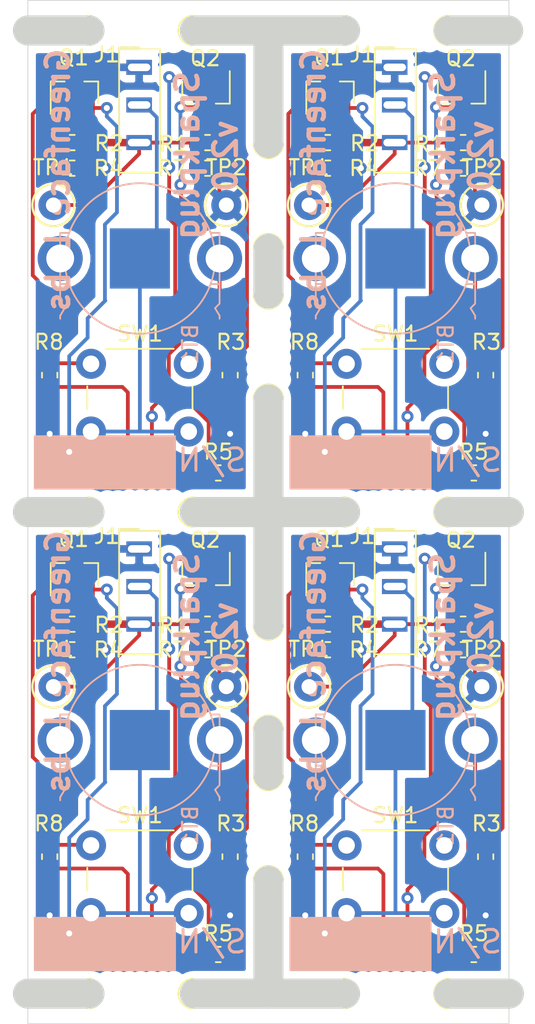
<source format=kicad_pcb>
(kicad_pcb (version 20171130) (host pcbnew "(5.1.2)-1")
  (layers (0 F.Cu signal) (31 B.Cu signal) (34 B.Paste user) (35 F.Paste user) (36 B.SilkS user) (37 F.SilkS user) (38 B.Mask user) (39 F.Mask user) (44 Edge.Cuts user))
  (net 0 "")
  (net 1 "Net-(D1-Pad3)")
  (net 2 "Net-(D1-Pad2)")
  (net 3 "Net-(J1-PadT)")
  (net 4 "Net-(Q1-Pad1)")
  (net 5 "Net-(Q1-Pad2)")
  (net 6 "Net-(Q2-Pad1)")
  (net 7 GND)
  (net 8 "Net-(BT1-Pad2)")
  (net 9 "Net-(BT1-Pad1)")
  (net 10 "Net-(Q2-Pad3)")
  (net 11 "Net-(D1-Pad1)")
  (net 12 "Net-(R8-Pad2)")
  (module sputterizer:LED_RGBA1.6mm (layer F.Cu) (at 64.45 100.4)
    (fp_text reference D1 (at 0.05 -1.7) (layer F.SilkS))
    (fp_text value LED_RGBA)
    (pad 2 smd rect (at -0.8 -0.45) (size 0.8 0.55) (layers F.Cu F.Paste F.Mask) (net 2 "Net-(D1-Pad2)"))
    (pad 3 smd rect (at 0.8 -0.45) (size 0.8 0.55) (layers F.Cu F.Paste F.Mask) (net 1 "Net-(D1-Pad3)"))
    (pad 4 smd rect (at 0.8 0.45) (size 0.8 0.55) (layers F.Cu F.Paste F.Mask) (net 9 "Net-(BT1-Pad1)"))
    (pad 1 smd rect (at -0.8 0.45) (size 0.8 0.55) (layers F.Cu F.Paste F.Mask) (net 11 "Net-(D1-Pad1)"))
  )
  (module sputterizer:LED_RGBA1.6mm (layer F.Cu) (at 47.45 100.4)
    (fp_text reference D1 (at 0.05 -1.7) (layer F.SilkS))
    (fp_text value LED_RGBA)
    (pad 2 smd rect (at -0.8 -0.45) (size 0.8 0.55) (layers F.Cu F.Paste F.Mask) (net 2 "Net-(D1-Pad2)"))
    (pad 3 smd rect (at 0.8 -0.45) (size 0.8 0.55) (layers F.Cu F.Paste F.Mask) (net 1 "Net-(D1-Pad3)"))
    (pad 4 smd rect (at 0.8 0.45) (size 0.8 0.55) (layers F.Cu F.Paste F.Mask) (net 9 "Net-(BT1-Pad1)"))
    (pad 1 smd rect (at -0.8 0.45) (size 0.8 0.55) (layers F.Cu F.Paste F.Mask) (net 11 "Net-(D1-Pad1)"))
  )
  (module sputterizer:LED_RGBA1.6mm (layer F.Cu) (at 64.45 68.4)
    (fp_text reference D1 (at 0.05 -1.7) (layer F.SilkS))
    (fp_text value LED_RGBA)
    (pad 2 smd rect (at -0.8 -0.45) (size 0.8 0.55) (layers F.Cu F.Paste F.Mask) (net 2 "Net-(D1-Pad2)"))
    (pad 3 smd rect (at 0.8 -0.45) (size 0.8 0.55) (layers F.Cu F.Paste F.Mask) (net 1 "Net-(D1-Pad3)"))
    (pad 4 smd rect (at 0.8 0.45) (size 0.8 0.55) (layers F.Cu F.Paste F.Mask) (net 9 "Net-(BT1-Pad1)"))
    (pad 1 smd rect (at -0.8 0.45) (size 0.8 0.55) (layers F.Cu F.Paste F.Mask) (net 11 "Net-(D1-Pad1)"))
  )
  (module Package_TO_SOT_SMD:SOT-23 (layer F.Cu) (at 68.85 75.1 270)
    (fp_text reference Q2 (at -2.25 0.05 180) (layer F.SilkS))
    (fp_text value MMBT3906)
    (pad 3 smd rect (at 1 0 270) (size 0.9 0.8) (layers F.Cu F.Paste F.Mask) (net 10 "Net-(Q2-Pad3)"))
    (pad 2 smd rect (at -1 0.95 270) (size 0.9 0.8) (layers F.Cu F.Paste F.Mask) (net 1 "Net-(D1-Pad3)"))
    (pad 1 smd rect (at -1 -0.95 270) (size 0.9 0.8) (layers F.Cu F.Paste F.Mask) (net 6 "Net-(Q2-Pad1)"))
  )
  (module Package_TO_SOT_SMD:SOT-23 (layer F.Cu) (at 51.85 75.1 270)
    (fp_text reference Q2 (at -2.25 0.05 180) (layer F.SilkS))
    (fp_text value MMBT3906)
    (pad 3 smd rect (at 1 0 270) (size 0.9 0.8) (layers F.Cu F.Paste F.Mask) (net 10 "Net-(Q2-Pad3)"))
    (pad 2 smd rect (at -1 0.95 270) (size 0.9 0.8) (layers F.Cu F.Paste F.Mask) (net 1 "Net-(D1-Pad3)"))
    (pad 1 smd rect (at -1 -0.95 270) (size 0.9 0.8) (layers F.Cu F.Paste F.Mask) (net 6 "Net-(Q2-Pad1)"))
  )
  (module Package_TO_SOT_SMD:SOT-23 (layer F.Cu) (at 68.85 43.1 270)
    (fp_text reference Q2 (at -2.25 0.05 180) (layer F.SilkS))
    (fp_text value MMBT3906)
    (pad 3 smd rect (at 1 0 270) (size 0.9 0.8) (layers F.Cu F.Paste F.Mask) (net 10 "Net-(Q2-Pad3)"))
    (pad 2 smd rect (at -1 0.95 270) (size 0.9 0.8) (layers F.Cu F.Paste F.Mask) (net 1 "Net-(D1-Pad3)"))
    (pad 1 smd rect (at -1 -0.95 270) (size 0.9 0.8) (layers F.Cu F.Paste F.Mask) (net 6 "Net-(Q2-Pad1)"))
  )
  (module Package_TO_SOT_SMD:SOT-23 (layer F.Cu) (at 60.1 75.15 90)
    (fp_text reference Q1 (at 2.35 -0.05 180) (layer F.SilkS))
    (fp_text value MMBT3904)
    (pad 1 smd rect (at -1 -0.95 90) (size 0.9 0.8) (layers F.Cu F.Paste F.Mask) (net 4 "Net-(Q1-Pad1)"))
    (pad 2 smd rect (at -1 0.95 90) (size 0.9 0.8) (layers F.Cu F.Paste F.Mask) (net 5 "Net-(Q1-Pad2)"))
    (pad 3 smd rect (at 1 0 90) (size 0.9 0.8) (layers F.Cu F.Paste F.Mask) (net 11 "Net-(D1-Pad1)"))
  )
  (module Package_TO_SOT_SMD:SOT-23 (layer F.Cu) (at 43.1 75.15 90)
    (fp_text reference Q1 (at 2.35 -0.05 180) (layer F.SilkS))
    (fp_text value MMBT3904)
    (pad 1 smd rect (at -1 -0.95 90) (size 0.9 0.8) (layers F.Cu F.Paste F.Mask) (net 4 "Net-(Q1-Pad1)"))
    (pad 2 smd rect (at -1 0.95 90) (size 0.9 0.8) (layers F.Cu F.Paste F.Mask) (net 5 "Net-(Q1-Pad2)"))
    (pad 3 smd rect (at 1 0 90) (size 0.9 0.8) (layers F.Cu F.Paste F.Mask) (net 11 "Net-(D1-Pad1)"))
  )
  (module Package_TO_SOT_SMD:SOT-23 (layer F.Cu) (at 60.1 43.15 90)
    (fp_text reference Q1 (at 2.35 -0.05 180) (layer F.SilkS))
    (fp_text value MMBT3904)
    (pad 1 smd rect (at -1 -0.95 90) (size 0.9 0.8) (layers F.Cu F.Paste F.Mask) (net 4 "Net-(Q1-Pad1)"))
    (pad 2 smd rect (at -1 0.95 90) (size 0.9 0.8) (layers F.Cu F.Paste F.Mask) (net 5 "Net-(Q1-Pad2)"))
    (pad 3 smd rect (at 1 0 90) (size 0.9 0.8) (layers F.Cu F.Paste F.Mask) (net 11 "Net-(D1-Pad1)"))
  )
  (module sputterizer:Plug_TRS (layer F.Cu) (at 64.4 73.45)
    (fp_text reference J1 (at -2.15 -0.85) (layer F.SilkS))
    (fp_text value AudioJack3)
    (pad S thru_hole rect (at 0 0) (size 1.7 1) (drill oval 1.5 0.5) (layers *.Cu *.Mask) (net 7 GND))
    (pad R thru_hole rect (at 0 2.5) (size 1.7 1) (drill oval 1.5 0.5) (layers *.Cu *.Mask) (net 8 "Net-(BT1-Pad2)"))
    (pad T thru_hole rect (at 0 5) (size 1.7 1) (drill oval 1.5 0.5) (layers *.Cu *.Mask) (net 3 "Net-(J1-PadT)"))
  )
  (module sputterizer:Plug_TRS (layer F.Cu) (at 47.4 73.45)
    (fp_text reference J1 (at -2.15 -0.85) (layer F.SilkS))
    (fp_text value AudioJack3)
    (pad S thru_hole rect (at 0 0) (size 1.7 1) (drill oval 1.5 0.5) (layers *.Cu *.Mask) (net 7 GND))
    (pad R thru_hole rect (at 0 2.5) (size 1.7 1) (drill oval 1.5 0.5) (layers *.Cu *.Mask) (net 8 "Net-(BT1-Pad2)"))
    (pad T thru_hole rect (at 0 5) (size 1.7 1) (drill oval 1.5 0.5) (layers *.Cu *.Mask) (net 3 "Net-(J1-PadT)"))
  )
  (module sputterizer:Plug_TRS (layer F.Cu) (at 64.4 41.45)
    (fp_text reference J1 (at -2.15 -0.85) (layer F.SilkS))
    (fp_text value AudioJack3)
    (pad S thru_hole rect (at 0 0) (size 1.7 1) (drill oval 1.5 0.5) (layers *.Cu *.Mask) (net 7 GND))
    (pad R thru_hole rect (at 0 2.5) (size 1.7 1) (drill oval 1.5 0.5) (layers *.Cu *.Mask) (net 8 "Net-(BT1-Pad2)"))
    (pad T thru_hole rect (at 0 5) (size 1.7 1) (drill oval 1.5 0.5) (layers *.Cu *.Mask) (net 3 "Net-(J1-PadT)"))
  )
  (module Resistor_SMD:R_0603_1608Metric (layer F.Cu) (at 59.95 80.15 180)
    (fp_text reference R4 (at -2.4 0) (layer F.SilkS))
    (fp_text value 300K)
    (pad 1 smd roundrect (at -0.7875 0 180) (size 0.875 0.95) (layers F.Cu F.Paste F.Mask) (net 7 GND))
    (pad 2 smd roundrect (at 0.7875 0 180) (size 0.875 0.95) (layers F.Cu F.Paste F.Mask) (net 4 "Net-(Q1-Pad1)"))
  )
  (module Resistor_SMD:R_0603_1608Metric (layer F.Cu) (at 42.95 80.15 180)
    (fp_text reference R4 (at -2.4 0) (layer F.SilkS))
    (fp_text value 300K)
    (pad 1 smd roundrect (at -0.7875 0 180) (size 0.875 0.95) (layers F.Cu F.Paste F.Mask) (net 7 GND))
    (pad 2 smd roundrect (at 0.7875 0 180) (size 0.875 0.95) (layers F.Cu F.Paste F.Mask) (net 4 "Net-(Q1-Pad1)"))
  )
  (module Resistor_SMD:R_0603_1608Metric (layer F.Cu) (at 59.95 48.15 180)
    (fp_text reference R4 (at -2.4 0) (layer F.SilkS))
    (fp_text value 300K)
    (pad 1 smd roundrect (at -0.7875 0 180) (size 0.875 0.95) (layers F.Cu F.Paste F.Mask) (net 7 GND))
    (pad 2 smd roundrect (at 0.7875 0 180) (size 0.875 0.95) (layers F.Cu F.Paste F.Mask) (net 4 "Net-(Q1-Pad1)"))
  )
  (module Resistor_SMD:R_0603_1608Metric (layer F.Cu) (at 59.23 100.4 180)
    (fp_text reference R6 (at 0.98 1.35) (layer F.SilkS))
    (fp_text value 100)
    (pad 1 smd roundrect (at -0.7875 0 180) (size 0.875 0.95) (layers F.Cu F.Paste F.Mask) (net 5 "Net-(Q1-Pad2)"))
    (pad 2 smd roundrect (at 0.7875 0 180) (size 0.875 0.95) (layers F.Cu F.Paste F.Mask) (net 7 GND))
  )
  (module Resistor_SMD:R_0603_1608Metric (layer F.Cu) (at 42.23 100.4 180)
    (fp_text reference R6 (at 0.98 1.35) (layer F.SilkS))
    (fp_text value 100)
    (pad 1 smd roundrect (at -0.7875 0 180) (size 0.875 0.95) (layers F.Cu F.Paste F.Mask) (net 5 "Net-(Q1-Pad2)"))
    (pad 2 smd roundrect (at 0.7875 0 180) (size 0.875 0.95) (layers F.Cu F.Paste F.Mask) (net 7 GND))
  )
  (module Resistor_SMD:R_0603_1608Metric (layer F.Cu) (at 59.23 68.4 180)
    (fp_text reference R6 (at 0.98 1.35) (layer F.SilkS))
    (fp_text value 100)
    (pad 1 smd roundrect (at -0.7875 0 180) (size 0.875 0.95) (layers F.Cu F.Paste F.Mask) (net 5 "Net-(Q1-Pad2)"))
    (pad 2 smd roundrect (at 0.7875 0 180) (size 0.875 0.95) (layers F.Cu F.Paste F.Mask) (net 7 GND))
  )
  (module Resistor_SMD:R_0603_1608Metric (layer F.Cu) (at 58.45 93.9 90)
    (fp_text reference R8 (at 2.2 -0.05 180) (layer F.SilkS))
    (fp_text value 270)
    (pad 1 smd roundrect (at -0.7875 0 90) (size 0.875 0.95) (layers F.Cu F.Paste F.Mask) (net 2 "Net-(D1-Pad2)"))
    (pad 2 smd roundrect (at 0.7875 0 90) (size 0.875 0.95) (layers F.Cu F.Paste F.Mask) (net 12 "Net-(R8-Pad2)"))
  )
  (module Resistor_SMD:R_0603_1608Metric (layer F.Cu) (at 41.45 93.9 90)
    (fp_text reference R8 (at 2.2 -0.05 180) (layer F.SilkS))
    (fp_text value 270)
    (pad 1 smd roundrect (at -0.7875 0 90) (size 0.875 0.95) (layers F.Cu F.Paste F.Mask) (net 2 "Net-(D1-Pad2)"))
    (pad 2 smd roundrect (at 0.7875 0 90) (size 0.875 0.95) (layers F.Cu F.Paste F.Mask) (net 12 "Net-(R8-Pad2)"))
  )
  (module Resistor_SMD:R_0603_1608Metric (layer F.Cu) (at 58.45 61.9 90)
    (fp_text reference R8 (at 2.2 -0.05 180) (layer F.SilkS))
    (fp_text value 270)
    (pad 1 smd roundrect (at -0.7875 0 90) (size 0.875 0.95) (layers F.Cu F.Paste F.Mask) (net 2 "Net-(D1-Pad2)"))
    (pad 2 smd roundrect (at 0.7875 0 90) (size 0.875 0.95) (layers F.Cu F.Paste F.Mask) (net 12 "Net-(R8-Pad2)"))
  )
  (module sputterizer:BatteryHolder_Keystone_3031_1x10mm (layer B.Cu) (at 64.45 86.15)
    (fp_text reference BT1 (at 3.35 5.7 90) (layer B.SilkS) (effects (justify mirror)))
    (fp_text value "Batt Holder")
    (pad 1 thru_hole circle (at -5.3 0) (size 3 3) (drill 1.85) (layers *.Cu *.Mask) (net 9 "Net-(BT1-Pad1)"))
    (pad 1 thru_hole circle (at 5.3 0) (size 3 3) (drill 1.85) (layers *.Cu *.Mask) (net 9 "Net-(BT1-Pad1)"))
    (pad 2 smd rect (at 0 0) (size 4 4) (layers B.Cu B.Mask) (net 8 "Net-(BT1-Pad2)"))
  )
  (module sputterizer:BatteryHolder_Keystone_3031_1x10mm (layer B.Cu) (at 47.45 86.15)
    (fp_text reference BT1 (at 3.35 5.7 90) (layer B.SilkS) (effects (justify mirror)))
    (fp_text value "Batt Holder")
    (pad 1 thru_hole circle (at -5.3 0) (size 3 3) (drill 1.85) (layers *.Cu *.Mask) (net 9 "Net-(BT1-Pad1)"))
    (pad 1 thru_hole circle (at 5.3 0) (size 3 3) (drill 1.85) (layers *.Cu *.Mask) (net 9 "Net-(BT1-Pad1)"))
    (pad 2 smd rect (at 0 0) (size 4 4) (layers B.Cu B.Mask) (net 8 "Net-(BT1-Pad2)"))
  )
  (module sputterizer:BatteryHolder_Keystone_3031_1x10mm (layer B.Cu) (at 64.45 54.15)
    (fp_text reference BT1 (at 3.35 5.7 90) (layer B.SilkS) (effects (justify mirror)))
    (fp_text value "Batt Holder")
    (pad 1 thru_hole circle (at -5.3 0) (size 3 3) (drill 1.85) (layers *.Cu *.Mask) (net 9 "Net-(BT1-Pad1)"))
    (pad 1 thru_hole circle (at 5.3 0) (size 3 3) (drill 1.85) (layers *.Cu *.Mask) (net 9 "Net-(BT1-Pad1)"))
    (pad 2 smd rect (at 0 0) (size 4 4) (layers B.Cu B.Mask) (net 8 "Net-(BT1-Pad2)"))
  )
  (module TestPoint:TestPoint_Keystone_5000-5004_Miniature (layer F.Cu) (at 70.2 82.6)
    (fp_text reference TP2 (at 0 -2.5) (layer F.SilkS))
    (fp_text value TestPoint)
    (pad 1 thru_hole circle (at 0 0) (size 2 2) (drill 1) (layers *.Cu *.Mask) (net 7 GND))
  )
  (module TestPoint:TestPoint_Keystone_5000-5004_Miniature (layer F.Cu) (at 53.2 82.6)
    (fp_text reference TP2 (at 0 -2.5) (layer F.SilkS))
    (fp_text value TestPoint)
    (pad 1 thru_hole circle (at 0 0) (size 2 2) (drill 1) (layers *.Cu *.Mask) (net 7 GND))
  )
  (module TestPoint:TestPoint_Keystone_5000-5004_Miniature (layer F.Cu) (at 70.2 50.6)
    (fp_text reference TP2 (at 0 -2.5) (layer F.SilkS))
    (fp_text value TestPoint)
    (pad 1 thru_hole circle (at 0 0) (size 2 2) (drill 1) (layers *.Cu *.Mask) (net 7 GND))
  )
  (module TestPoint:TestPoint_Keystone_5000-5004_Miniature (layer F.Cu) (at 58.7 82.6)
    (fp_text reference TP1 (at 0 -2.5) (layer F.SilkS))
    (fp_text value TestPoint)
    (pad 1 thru_hole circle (at 0 0) (size 2 2) (drill 1) (layers *.Cu *.Mask) (net 3 "Net-(J1-PadT)"))
  )
  (module TestPoint:TestPoint_Keystone_5000-5004_Miniature (layer F.Cu) (at 41.7 82.6)
    (fp_text reference TP1 (at 0 -2.5) (layer F.SilkS))
    (fp_text value TestPoint)
    (pad 1 thru_hole circle (at 0 0) (size 2 2) (drill 1) (layers *.Cu *.Mask) (net 3 "Net-(J1-PadT)"))
  )
  (module TestPoint:TestPoint_Keystone_5000-5004_Miniature (layer F.Cu) (at 58.7 50.6)
    (fp_text reference TP1 (at 0 -2.5) (layer F.SilkS))
    (fp_text value TestPoint)
    (pad 1 thru_hole circle (at 0 0) (size 2 2) (drill 1) (layers *.Cu *.Mask) (net 3 "Net-(J1-PadT)"))
  )
  (module Button_Switch_THT:SW_PUSH_6mm (layer F.Cu) (at 61.2 93.15)
    (fp_text reference SW1 (at 3.25 -2) (layer F.SilkS))
    (fp_text value SW_Push_Dual)
    (pad 1 thru_hole circle (at 6.5 0 90) (size 2 2) (drill 1.1) (layers *.Cu *.Mask) (net 12 "Net-(R8-Pad2)"))
    (pad 2 thru_hole circle (at 6.5 4.5 90) (size 2 2) (drill 1.1) (layers *.Cu *.Mask) (net 8 "Net-(BT1-Pad2)"))
    (pad 1 thru_hole circle (at 0 0 90) (size 2 2) (drill 1.1) (layers *.Cu *.Mask) (net 12 "Net-(R8-Pad2)"))
    (pad 2 thru_hole circle (at 0 4.5 90) (size 2 2) (drill 1.1) (layers *.Cu *.Mask) (net 8 "Net-(BT1-Pad2)"))
  )
  (module Button_Switch_THT:SW_PUSH_6mm (layer F.Cu) (at 44.2 93.15)
    (fp_text reference SW1 (at 3.25 -2) (layer F.SilkS))
    (fp_text value SW_Push_Dual)
    (pad 1 thru_hole circle (at 6.5 0 90) (size 2 2) (drill 1.1) (layers *.Cu *.Mask) (net 12 "Net-(R8-Pad2)"))
    (pad 2 thru_hole circle (at 6.5 4.5 90) (size 2 2) (drill 1.1) (layers *.Cu *.Mask) (net 8 "Net-(BT1-Pad2)"))
    (pad 1 thru_hole circle (at 0 0 90) (size 2 2) (drill 1.1) (layers *.Cu *.Mask) (net 12 "Net-(R8-Pad2)"))
    (pad 2 thru_hole circle (at 0 4.5 90) (size 2 2) (drill 1.1) (layers *.Cu *.Mask) (net 8 "Net-(BT1-Pad2)"))
  )
  (module Button_Switch_THT:SW_PUSH_6mm (layer F.Cu) (at 61.2 61.15)
    (fp_text reference SW1 (at 3.25 -2) (layer F.SilkS))
    (fp_text value SW_Push_Dual)
    (pad 1 thru_hole circle (at 6.5 0 90) (size 2 2) (drill 1.1) (layers *.Cu *.Mask) (net 12 "Net-(R8-Pad2)"))
    (pad 2 thru_hole circle (at 6.5 4.5 90) (size 2 2) (drill 1.1) (layers *.Cu *.Mask) (net 8 "Net-(BT1-Pad2)"))
    (pad 1 thru_hole circle (at 0 0 90) (size 2 2) (drill 1.1) (layers *.Cu *.Mask) (net 12 "Net-(R8-Pad2)"))
    (pad 2 thru_hole circle (at 0 4.5 90) (size 2 2) (drill 1.1) (layers *.Cu *.Mask) (net 8 "Net-(BT1-Pad2)"))
  )
  (module Resistor_SMD:R_0603_1608Metric (layer F.Cu) (at 68.95 80.15 180)
    (fp_text reference R7 (at 2.35 0) (layer F.SilkS))
    (fp_text value 100K)
    (pad 1 smd roundrect (at -0.7875 0 180) (size 0.875 0.95) (layers F.Cu F.Paste F.Mask) (net 7 GND))
    (pad 2 smd roundrect (at 0.7875 0 180) (size 0.875 0.95) (layers F.Cu F.Paste F.Mask) (net 3 "Net-(J1-PadT)"))
  )
  (module Resistor_SMD:R_0603_1608Metric (layer F.Cu) (at 51.95 80.15 180)
    (fp_text reference R7 (at 2.35 0) (layer F.SilkS))
    (fp_text value 100K)
    (pad 1 smd roundrect (at -0.7875 0 180) (size 0.875 0.95) (layers F.Cu F.Paste F.Mask) (net 7 GND))
    (pad 2 smd roundrect (at 0.7875 0 180) (size 0.875 0.95) (layers F.Cu F.Paste F.Mask) (net 3 "Net-(J1-PadT)"))
  )
  (module Resistor_SMD:R_0603_1608Metric (layer F.Cu) (at 68.95 48.15 180)
    (fp_text reference R7 (at 2.35 0) (layer F.SilkS))
    (fp_text value 100K)
    (pad 1 smd roundrect (at -0.7875 0 180) (size 0.875 0.95) (layers F.Cu F.Paste F.Mask) (net 7 GND))
    (pad 2 smd roundrect (at 0.7875 0 180) (size 0.875 0.95) (layers F.Cu F.Paste F.Mask) (net 3 "Net-(J1-PadT)"))
  )
  (module Resistor_SMD:R_0603_1608Metric (layer F.Cu) (at 69.663 100.4)
    (fp_text reference R5 (at 0 -1.4) (layer F.SilkS))
    (fp_text value 100)
    (pad 1 smd roundrect (at -0.7875 0) (size 0.875 0.95) (layers F.Cu F.Paste F.Mask) (net 10 "Net-(Q2-Pad3)"))
    (pad 2 smd roundrect (at 0.7875 0) (size 0.875 0.95) (layers F.Cu F.Paste F.Mask) (net 7 GND))
  )
  (module Resistor_SMD:R_0603_1608Metric (layer F.Cu) (at 52.663 100.4)
    (fp_text reference R5 (at 0 -1.4) (layer F.SilkS))
    (fp_text value 100)
    (pad 1 smd roundrect (at -0.7875 0) (size 0.875 0.95) (layers F.Cu F.Paste F.Mask) (net 10 "Net-(Q2-Pad3)"))
    (pad 2 smd roundrect (at 0.7875 0) (size 0.875 0.95) (layers F.Cu F.Paste F.Mask) (net 7 GND))
  )
  (module Resistor_SMD:R_0603_1608Metric (layer F.Cu) (at 69.663 68.4)
    (fp_text reference R5 (at 0 -1.4) (layer F.SilkS))
    (fp_text value 100)
    (pad 1 smd roundrect (at -0.7875 0) (size 0.875 0.95) (layers F.Cu F.Paste F.Mask) (net 10 "Net-(Q2-Pad3)"))
    (pad 2 smd roundrect (at 0.7875 0) (size 0.875 0.95) (layers F.Cu F.Paste F.Mask) (net 7 GND))
  )
  (module Resistor_SMD:R_0603_1608Metric (layer F.Cu) (at 70.45 93.9 270)
    (fp_text reference R3 (at -2.2 -0.05 180) (layer F.SilkS))
    (fp_text value 330K)
    (pad 1 smd roundrect (at -0.7875 0 270) (size 0.875 0.95) (layers F.Cu F.Paste F.Mask) (net 6 "Net-(Q2-Pad1)"))
    (pad 2 smd roundrect (at 0.7875 0 270) (size 0.875 0.95) (layers F.Cu F.Paste F.Mask) (net 9 "Net-(BT1-Pad1)"))
  )
  (module Resistor_SMD:R_0603_1608Metric (layer F.Cu) (at 53.45 93.9 270)
    (fp_text reference R3 (at -2.2 -0.05 180) (layer F.SilkS))
    (fp_text value 330K)
    (pad 1 smd roundrect (at -0.7875 0 270) (size 0.875 0.95) (layers F.Cu F.Paste F.Mask) (net 6 "Net-(Q2-Pad1)"))
    (pad 2 smd roundrect (at 0.7875 0 270) (size 0.875 0.95) (layers F.Cu F.Paste F.Mask) (net 9 "Net-(BT1-Pad1)"))
  )
  (module Resistor_SMD:R_0603_1608Metric (layer F.Cu) (at 70.45 61.9 270)
    (fp_text reference R3 (at -2.2 -0.05 180) (layer F.SilkS))
    (fp_text value 330K)
    (pad 1 smd roundrect (at -0.7875 0 270) (size 0.875 0.95) (layers F.Cu F.Paste F.Mask) (net 6 "Net-(Q2-Pad1)"))
    (pad 2 smd roundrect (at 0.7875 0 270) (size 0.875 0.95) (layers F.Cu F.Paste F.Mask) (net 9 "Net-(BT1-Pad1)"))
  )
  (module Resistor_SMD:R_0603_1608Metric (layer F.Cu) (at 68.95 78.45 180)
    (fp_text reference R1 (at 2.25 -0.1) (layer F.SilkS))
    (fp_text value 100K)
    (pad 1 smd roundrect (at -0.7875 0 180) (size 0.875 0.95) (layers F.Cu F.Paste F.Mask) (net 6 "Net-(Q2-Pad1)"))
    (pad 2 smd roundrect (at 0.7875 0 180) (size 0.875 0.95) (layers F.Cu F.Paste F.Mask) (net 3 "Net-(J1-PadT)"))
  )
  (module Resistor_SMD:R_0603_1608Metric (layer F.Cu) (at 51.95 78.45 180)
    (fp_text reference R1 (at 2.25 -0.1) (layer F.SilkS))
    (fp_text value 100K)
    (pad 1 smd roundrect (at -0.7875 0 180) (size 0.875 0.95) (layers F.Cu F.Paste F.Mask) (net 6 "Net-(Q2-Pad1)"))
    (pad 2 smd roundrect (at 0.7875 0 180) (size 0.875 0.95) (layers F.Cu F.Paste F.Mask) (net 3 "Net-(J1-PadT)"))
  )
  (module Resistor_SMD:R_0603_1608Metric (layer F.Cu) (at 68.95 46.45 180)
    (fp_text reference R1 (at 2.25 -0.1) (layer F.SilkS))
    (fp_text value 100K)
    (pad 1 smd roundrect (at -0.7875 0 180) (size 0.875 0.95) (layers F.Cu F.Paste F.Mask) (net 6 "Net-(Q2-Pad1)"))
    (pad 2 smd roundrect (at 0.7875 0 180) (size 0.875 0.95) (layers F.Cu F.Paste F.Mask) (net 3 "Net-(J1-PadT)"))
  )
  (module Resistor_SMD:R_0603_1608Metric (layer F.Cu) (at 59.95 78.45)
    (fp_text reference R2 (at 2.45 0.05) (layer F.SilkS))
    (fp_text value 100K)
    (pad 1 smd roundrect (at -0.7875 0) (size 0.875 0.95) (layers F.Cu F.Paste F.Mask) (net 4 "Net-(Q1-Pad1)"))
    (pad 2 smd roundrect (at 0.7875 0) (size 0.875 0.95) (layers F.Cu F.Paste F.Mask) (net 3 "Net-(J1-PadT)"))
  )
  (module Resistor_SMD:R_0603_1608Metric (layer F.Cu) (at 42.95 78.45)
    (fp_text reference R2 (at 2.45 0.05) (layer F.SilkS))
    (fp_text value 100K)
    (pad 1 smd roundrect (at -0.7875 0) (size 0.875 0.95) (layers F.Cu F.Paste F.Mask) (net 4 "Net-(Q1-Pad1)"))
    (pad 2 smd roundrect (at 0.7875 0) (size 0.875 0.95) (layers F.Cu F.Paste F.Mask) (net 3 "Net-(J1-PadT)"))
  )
  (module Resistor_SMD:R_0603_1608Metric (layer F.Cu) (at 59.95 46.45)
    (fp_text reference R2 (at 2.45 0.05) (layer F.SilkS))
    (fp_text value 100K)
    (pad 1 smd roundrect (at -0.7875 0) (size 0.875 0.95) (layers F.Cu F.Paste F.Mask) (net 4 "Net-(Q1-Pad1)"))
    (pad 2 smd roundrect (at 0.7875 0) (size 0.875 0.95) (layers F.Cu F.Paste F.Mask) (net 3 "Net-(J1-PadT)"))
  )
  (module panel:mouse-bite-2mm-slot (layer F.Cu) (at 64.5 103 180)
    (fp_text reference mouse-bite-2mm-slot hide)
    (fp_text value VAL** hide)
    (pad "" np_thru_hole circle (at 2.2 -0.75 180) (size 0.5 0.5) (drill 0.5) (layers *.Cu *.Mask))
    (pad "" np_thru_hole circle (at 2.2 0.75 180) (size 0.5 0.5) (drill 0.5) (layers *.Cu *.Mask))
    (pad "" np_thru_hole circle (at -2.2 0.75 180) (size 0.5 0.5) (drill 0.5) (layers *.Cu *.Mask))
    (pad "" np_thru_hole circle (at -2.2 -0.7 180) (size 0.5 0.5) (drill 0.5) (layers *.Cu *.Mask))
    (pad "" np_thru_hole circle (at 1.5 0.75 180) (size 0.5 0.5) (drill 0.5) (layers *.Cu *.Mask))
    (pad "" np_thru_hole circle (at 1.5 -0.75 180) (size 0.5 0.5) (drill 0.5) (layers *.Cu *.Mask))
    (pad "" np_thru_hole circle (at -1.5 -0.7 180) (size 0.5 0.5) (drill 0.5) (layers *.Cu *.Mask))
    (pad "" np_thru_hole circle (at -1.5 0.75 180) (size 0.5 0.5) (drill 0.5) (layers *.Cu *.Mask))
    (pad "" np_thru_hole circle (at 0.75 0.75 180) (size 0.5 0.5) (drill 0.5) (layers *.Cu *.Mask))
    (pad "" np_thru_hole circle (at -0.75 0.75 180) (size 0.5 0.5) (drill 0.5) (layers *.Cu *.Mask))
    (pad "" np_thru_hole circle (at -0.75 -0.75 180) (size 0.5 0.5) (drill 0.5) (layers *.Cu *.Mask))
    (pad "" np_thru_hole circle (at 0.75 -0.75 180) (size 0.5 0.5) (drill 0.5) (layers *.Cu *.Mask))
    (pad "" np_thru_hole circle (at 0 0.75 180) (size 0.5 0.5) (drill 0.5) (layers *.Cu *.Mask))
    (pad "" np_thru_hole circle (at 0 -0.75 180) (size 0.5 0.5) (drill 0.5) (layers *.Cu *.Mask))
  )
  (module panel:mouse-bite-2mm-slot (layer F.Cu) (at 47.5 39)
    (fp_text reference mouse-bite-2mm-slot hide)
    (fp_text value VAL** hide)
    (pad "" np_thru_hole circle (at 2.2 -0.75) (size 0.5 0.5) (drill 0.5) (layers *.Cu *.Mask))
    (pad "" np_thru_hole circle (at 2.2 0.75) (size 0.5 0.5) (drill 0.5) (layers *.Cu *.Mask))
    (pad "" np_thru_hole circle (at -2.2 0.75) (size 0.5 0.5) (drill 0.5) (layers *.Cu *.Mask))
    (pad "" np_thru_hole circle (at -2.2 -0.7) (size 0.5 0.5) (drill 0.5) (layers *.Cu *.Mask))
    (pad "" np_thru_hole circle (at 1.5 0.75) (size 0.5 0.5) (drill 0.5) (layers *.Cu *.Mask))
    (pad "" np_thru_hole circle (at 1.5 -0.75) (size 0.5 0.5) (drill 0.5) (layers *.Cu *.Mask))
    (pad "" np_thru_hole circle (at -1.5 -0.7) (size 0.5 0.5) (drill 0.5) (layers *.Cu *.Mask))
    (pad "" np_thru_hole circle (at -1.5 0.75) (size 0.5 0.5) (drill 0.5) (layers *.Cu *.Mask))
    (pad "" np_thru_hole circle (at 0.75 0.75) (size 0.5 0.5) (drill 0.5) (layers *.Cu *.Mask))
    (pad "" np_thru_hole circle (at -0.75 0.75) (size 0.5 0.5) (drill 0.5) (layers *.Cu *.Mask))
    (pad "" np_thru_hole circle (at -0.75 -0.75) (size 0.5 0.5) (drill 0.5) (layers *.Cu *.Mask))
    (pad "" np_thru_hole circle (at 0.75 -0.75) (size 0.5 0.5) (drill 0.5) (layers *.Cu *.Mask))
    (pad "" np_thru_hole circle (at 0 0.75) (size 0.5 0.5) (drill 0.5) (layers *.Cu *.Mask))
    (pad "" np_thru_hole circle (at 0 -0.75) (size 0.5 0.5) (drill 0.5) (layers *.Cu *.Mask))
  )
  (module panel:mouse-bite-2mm-slot (layer F.Cu) (at 47.5 103 180)
    (fp_text reference mouse-bite-2mm-slot hide)
    (fp_text value VAL** hide)
    (pad "" np_thru_hole circle (at 2.2 -0.75 180) (size 0.5 0.5) (drill 0.5) (layers *.Cu *.Mask))
    (pad "" np_thru_hole circle (at 2.2 0.75 180) (size 0.5 0.5) (drill 0.5) (layers *.Cu *.Mask))
    (pad "" np_thru_hole circle (at -2.2 0.75 180) (size 0.5 0.5) (drill 0.5) (layers *.Cu *.Mask))
    (pad "" np_thru_hole circle (at -2.2 -0.7 180) (size 0.5 0.5) (drill 0.5) (layers *.Cu *.Mask))
    (pad "" np_thru_hole circle (at 1.5 0.75 180) (size 0.5 0.5) (drill 0.5) (layers *.Cu *.Mask))
    (pad "" np_thru_hole circle (at 1.5 -0.75 180) (size 0.5 0.5) (drill 0.5) (layers *.Cu *.Mask))
    (pad "" np_thru_hole circle (at -1.5 -0.7 180) (size 0.5 0.5) (drill 0.5) (layers *.Cu *.Mask))
    (pad "" np_thru_hole circle (at -1.5 0.75 180) (size 0.5 0.5) (drill 0.5) (layers *.Cu *.Mask))
    (pad "" np_thru_hole circle (at 0.75 0.75 180) (size 0.5 0.5) (drill 0.5) (layers *.Cu *.Mask))
    (pad "" np_thru_hole circle (at -0.75 0.75 180) (size 0.5 0.5) (drill 0.5) (layers *.Cu *.Mask))
    (pad "" np_thru_hole circle (at -0.75 -0.75 180) (size 0.5 0.5) (drill 0.5) (layers *.Cu *.Mask))
    (pad "" np_thru_hole circle (at 0.75 -0.75 180) (size 0.5 0.5) (drill 0.5) (layers *.Cu *.Mask))
    (pad "" np_thru_hole circle (at 0 0.75 180) (size 0.5 0.5) (drill 0.5) (layers *.Cu *.Mask))
    (pad "" np_thru_hole circle (at 0 -0.75 180) (size 0.5 0.5) (drill 0.5) (layers *.Cu *.Mask))
  )
  (module panel:mouse-bite-2mm-slot (layer F.Cu) (at 64.5 39 180)
    (fp_text reference mouse-bite-2mm-slot hide)
    (fp_text value VAL** hide)
    (pad "" np_thru_hole circle (at 2.2 -0.75 180) (size 0.5 0.5) (drill 0.5) (layers *.Cu *.Mask))
    (pad "" np_thru_hole circle (at 2.2 0.75 180) (size 0.5 0.5) (drill 0.5) (layers *.Cu *.Mask))
    (pad "" np_thru_hole circle (at -2.2 0.75 180) (size 0.5 0.5) (drill 0.5) (layers *.Cu *.Mask))
    (pad "" np_thru_hole circle (at -2.2 -0.7 180) (size 0.5 0.5) (drill 0.5) (layers *.Cu *.Mask))
    (pad "" np_thru_hole circle (at 1.5 0.75 180) (size 0.5 0.5) (drill 0.5) (layers *.Cu *.Mask))
    (pad "" np_thru_hole circle (at 1.5 -0.75 180) (size 0.5 0.5) (drill 0.5) (layers *.Cu *.Mask))
    (pad "" np_thru_hole circle (at -1.5 -0.7 180) (size 0.5 0.5) (drill 0.5) (layers *.Cu *.Mask))
    (pad "" np_thru_hole circle (at -1.5 0.75 180) (size 0.5 0.5) (drill 0.5) (layers *.Cu *.Mask))
    (pad "" np_thru_hole circle (at 0.75 0.75 180) (size 0.5 0.5) (drill 0.5) (layers *.Cu *.Mask))
    (pad "" np_thru_hole circle (at -0.75 0.75 180) (size 0.5 0.5) (drill 0.5) (layers *.Cu *.Mask))
    (pad "" np_thru_hole circle (at -0.75 -0.75 180) (size 0.5 0.5) (drill 0.5) (layers *.Cu *.Mask))
    (pad "" np_thru_hole circle (at 0.75 -0.75 180) (size 0.5 0.5) (drill 0.5) (layers *.Cu *.Mask))
    (pad "" np_thru_hole circle (at 0 0.75 180) (size 0.5 0.5) (drill 0.5) (layers *.Cu *.Mask))
    (pad "" np_thru_hole circle (at 0 -0.75 180) (size 0.5 0.5) (drill 0.5) (layers *.Cu *.Mask))
  )
  (module panel:mouse-bite-2mm-slot (layer F.Cu) (at 56 50 90)
    (fp_text reference mouse-bite-2mm-slot hide)
    (fp_text value VAL** hide)
    (pad "" np_thru_hole circle (at 2.2 -0.75 90) (size 0.5 0.5) (drill 0.5) (layers *.Cu *.Mask))
    (pad "" np_thru_hole circle (at 2.2 0.75 90) (size 0.5 0.5) (drill 0.5) (layers *.Cu *.Mask))
    (pad "" np_thru_hole circle (at -2.2 0.75 90) (size 0.5 0.5) (drill 0.5) (layers *.Cu *.Mask))
    (pad "" np_thru_hole circle (at -2.2 -0.7 90) (size 0.5 0.5) (drill 0.5) (layers *.Cu *.Mask))
    (pad "" np_thru_hole circle (at 1.5 0.75 90) (size 0.5 0.5) (drill 0.5) (layers *.Cu *.Mask))
    (pad "" np_thru_hole circle (at 1.5 -0.75 90) (size 0.5 0.5) (drill 0.5) (layers *.Cu *.Mask))
    (pad "" np_thru_hole circle (at -1.5 -0.7 90) (size 0.5 0.5) (drill 0.5) (layers *.Cu *.Mask))
    (pad "" np_thru_hole circle (at -1.5 0.75 90) (size 0.5 0.5) (drill 0.5) (layers *.Cu *.Mask))
    (pad "" np_thru_hole circle (at 0.75 0.75 90) (size 0.5 0.5) (drill 0.5) (layers *.Cu *.Mask))
    (pad "" np_thru_hole circle (at -0.75 0.75 90) (size 0.5 0.5) (drill 0.5) (layers *.Cu *.Mask))
    (pad "" np_thru_hole circle (at -0.75 -0.75 90) (size 0.5 0.5) (drill 0.5) (layers *.Cu *.Mask))
    (pad "" np_thru_hole circle (at 0.75 -0.75 90) (size 0.5 0.5) (drill 0.5) (layers *.Cu *.Mask))
    (pad "" np_thru_hole circle (at 0 0.75 90) (size 0.5 0.5) (drill 0.5) (layers *.Cu *.Mask))
    (pad "" np_thru_hole circle (at 0 -0.75 90) (size 0.5 0.5) (drill 0.5) (layers *.Cu *.Mask))
  )
  (module panel:mouse-bite-2mm-slot (layer F.Cu) (at 56 60 90)
    (fp_text reference mouse-bite-2mm-slot hide)
    (fp_text value VAL** hide)
    (pad "" np_thru_hole circle (at 2.2 -0.75 90) (size 0.5 0.5) (drill 0.5) (layers *.Cu *.Mask))
    (pad "" np_thru_hole circle (at 2.2 0.75 90) (size 0.5 0.5) (drill 0.5) (layers *.Cu *.Mask))
    (pad "" np_thru_hole circle (at -2.2 0.75 90) (size 0.5 0.5) (drill 0.5) (layers *.Cu *.Mask))
    (pad "" np_thru_hole circle (at -2.2 -0.7 90) (size 0.5 0.5) (drill 0.5) (layers *.Cu *.Mask))
    (pad "" np_thru_hole circle (at 1.5 0.75 90) (size 0.5 0.5) (drill 0.5) (layers *.Cu *.Mask))
    (pad "" np_thru_hole circle (at 1.5 -0.75 90) (size 0.5 0.5) (drill 0.5) (layers *.Cu *.Mask))
    (pad "" np_thru_hole circle (at -1.5 -0.7 90) (size 0.5 0.5) (drill 0.5) (layers *.Cu *.Mask))
    (pad "" np_thru_hole circle (at -1.5 0.75 90) (size 0.5 0.5) (drill 0.5) (layers *.Cu *.Mask))
    (pad "" np_thru_hole circle (at 0.75 0.75 90) (size 0.5 0.5) (drill 0.5) (layers *.Cu *.Mask))
    (pad "" np_thru_hole circle (at -0.75 0.75 90) (size 0.5 0.5) (drill 0.5) (layers *.Cu *.Mask))
    (pad "" np_thru_hole circle (at -0.75 -0.75 90) (size 0.5 0.5) (drill 0.5) (layers *.Cu *.Mask))
    (pad "" np_thru_hole circle (at 0.75 -0.75 90) (size 0.5 0.5) (drill 0.5) (layers *.Cu *.Mask))
    (pad "" np_thru_hole circle (at 0 0.75 90) (size 0.5 0.5) (drill 0.5) (layers *.Cu *.Mask))
    (pad "" np_thru_hole circle (at 0 -0.75 90) (size 0.5 0.5) (drill 0.5) (layers *.Cu *.Mask))
  )
  (module panel:mouse-bite-2mm-slot (layer F.Cu) (at 56 92 90)
    (fp_text reference mouse-bite-2mm-slot hide)
    (fp_text value VAL** hide)
    (pad "" np_thru_hole circle (at 2.2 -0.75 90) (size 0.5 0.5) (drill 0.5) (layers *.Cu *.Mask))
    (pad "" np_thru_hole circle (at 2.2 0.75 90) (size 0.5 0.5) (drill 0.5) (layers *.Cu *.Mask))
    (pad "" np_thru_hole circle (at -2.2 0.75 90) (size 0.5 0.5) (drill 0.5) (layers *.Cu *.Mask))
    (pad "" np_thru_hole circle (at -2.2 -0.7 90) (size 0.5 0.5) (drill 0.5) (layers *.Cu *.Mask))
    (pad "" np_thru_hole circle (at 1.5 0.75 90) (size 0.5 0.5) (drill 0.5) (layers *.Cu *.Mask))
    (pad "" np_thru_hole circle (at 1.5 -0.75 90) (size 0.5 0.5) (drill 0.5) (layers *.Cu *.Mask))
    (pad "" np_thru_hole circle (at -1.5 -0.7 90) (size 0.5 0.5) (drill 0.5) (layers *.Cu *.Mask))
    (pad "" np_thru_hole circle (at -1.5 0.75 90) (size 0.5 0.5) (drill 0.5) (layers *.Cu *.Mask))
    (pad "" np_thru_hole circle (at 0.75 0.75 90) (size 0.5 0.5) (drill 0.5) (layers *.Cu *.Mask))
    (pad "" np_thru_hole circle (at -0.75 0.75 90) (size 0.5 0.5) (drill 0.5) (layers *.Cu *.Mask))
    (pad "" np_thru_hole circle (at -0.75 -0.75 90) (size 0.5 0.5) (drill 0.5) (layers *.Cu *.Mask))
    (pad "" np_thru_hole circle (at 0.75 -0.75 90) (size 0.5 0.5) (drill 0.5) (layers *.Cu *.Mask))
    (pad "" np_thru_hole circle (at 0 0.75 90) (size 0.5 0.5) (drill 0.5) (layers *.Cu *.Mask))
    (pad "" np_thru_hole circle (at 0 -0.75 90) (size 0.5 0.5) (drill 0.5) (layers *.Cu *.Mask))
  )
  (module panel:mouse-bite-2mm-slot (layer F.Cu) (at 56 82 90)
    (fp_text reference mouse-bite-2mm-slot hide)
    (fp_text value VAL** hide)
    (pad "" np_thru_hole circle (at 2.2 -0.75 90) (size 0.5 0.5) (drill 0.5) (layers *.Cu *.Mask))
    (pad "" np_thru_hole circle (at 2.2 0.75 90) (size 0.5 0.5) (drill 0.5) (layers *.Cu *.Mask))
    (pad "" np_thru_hole circle (at -2.2 0.75 90) (size 0.5 0.5) (drill 0.5) (layers *.Cu *.Mask))
    (pad "" np_thru_hole circle (at -2.2 -0.7 90) (size 0.5 0.5) (drill 0.5) (layers *.Cu *.Mask))
    (pad "" np_thru_hole circle (at 1.5 0.75 90) (size 0.5 0.5) (drill 0.5) (layers *.Cu *.Mask))
    (pad "" np_thru_hole circle (at 1.5 -0.75 90) (size 0.5 0.5) (drill 0.5) (layers *.Cu *.Mask))
    (pad "" np_thru_hole circle (at -1.5 -0.7 90) (size 0.5 0.5) (drill 0.5) (layers *.Cu *.Mask))
    (pad "" np_thru_hole circle (at -1.5 0.75 90) (size 0.5 0.5) (drill 0.5) (layers *.Cu *.Mask))
    (pad "" np_thru_hole circle (at 0.75 0.75 90) (size 0.5 0.5) (drill 0.5) (layers *.Cu *.Mask))
    (pad "" np_thru_hole circle (at -0.75 0.75 90) (size 0.5 0.5) (drill 0.5) (layers *.Cu *.Mask))
    (pad "" np_thru_hole circle (at -0.75 -0.75 90) (size 0.5 0.5) (drill 0.5) (layers *.Cu *.Mask))
    (pad "" np_thru_hole circle (at 0.75 -0.75 90) (size 0.5 0.5) (drill 0.5) (layers *.Cu *.Mask))
    (pad "" np_thru_hole circle (at 0 0.75 90) (size 0.5 0.5) (drill 0.5) (layers *.Cu *.Mask))
    (pad "" np_thru_hole circle (at 0 -0.75 90) (size 0.5 0.5) (drill 0.5) (layers *.Cu *.Mask))
  )
  (module panel:mouse-bite-2mm-slot (layer F.Cu) (at 64.5 71)
    (fp_text reference mouse-bite-2mm-slot hide)
    (fp_text value VAL** hide)
    (pad "" np_thru_hole circle (at 2.2 -0.75) (size 0.5 0.5) (drill 0.5) (layers *.Cu *.Mask))
    (pad "" np_thru_hole circle (at 2.2 0.75) (size 0.5 0.5) (drill 0.5) (layers *.Cu *.Mask))
    (pad "" np_thru_hole circle (at -2.2 0.75) (size 0.5 0.5) (drill 0.5) (layers *.Cu *.Mask))
    (pad "" np_thru_hole circle (at -2.2 -0.7) (size 0.5 0.5) (drill 0.5) (layers *.Cu *.Mask))
    (pad "" np_thru_hole circle (at 1.5 0.75) (size 0.5 0.5) (drill 0.5) (layers *.Cu *.Mask))
    (pad "" np_thru_hole circle (at 1.5 -0.75) (size 0.5 0.5) (drill 0.5) (layers *.Cu *.Mask))
    (pad "" np_thru_hole circle (at -1.5 -0.7) (size 0.5 0.5) (drill 0.5) (layers *.Cu *.Mask))
    (pad "" np_thru_hole circle (at -1.5 0.75) (size 0.5 0.5) (drill 0.5) (layers *.Cu *.Mask))
    (pad "" np_thru_hole circle (at 0.75 0.75) (size 0.5 0.5) (drill 0.5) (layers *.Cu *.Mask))
    (pad "" np_thru_hole circle (at -0.75 0.75) (size 0.5 0.5) (drill 0.5) (layers *.Cu *.Mask))
    (pad "" np_thru_hole circle (at -0.75 -0.75) (size 0.5 0.5) (drill 0.5) (layers *.Cu *.Mask))
    (pad "" np_thru_hole circle (at 0.75 -0.75) (size 0.5 0.5) (drill 0.5) (layers *.Cu *.Mask))
    (pad "" np_thru_hole circle (at 0 0.75) (size 0.5 0.5) (drill 0.5) (layers *.Cu *.Mask))
    (pad "" np_thru_hole circle (at 0 -0.75) (size 0.5 0.5) (drill 0.5) (layers *.Cu *.Mask))
  )
  (module panel:mouse-bite-2mm-slot (layer F.Cu) (at 47.5 71)
    (fp_text reference mouse-bite-2mm-slot hide)
    (fp_text value VAL** hide)
    (pad "" np_thru_hole circle (at 2.2 -0.75) (size 0.5 0.5) (drill 0.5) (layers *.Cu *.Mask))
    (pad "" np_thru_hole circle (at 2.2 0.75) (size 0.5 0.5) (drill 0.5) (layers *.Cu *.Mask))
    (pad "" np_thru_hole circle (at -2.2 0.75) (size 0.5 0.5) (drill 0.5) (layers *.Cu *.Mask))
    (pad "" np_thru_hole circle (at -2.2 -0.7) (size 0.5 0.5) (drill 0.5) (layers *.Cu *.Mask))
    (pad "" np_thru_hole circle (at 1.5 0.75) (size 0.5 0.5) (drill 0.5) (layers *.Cu *.Mask))
    (pad "" np_thru_hole circle (at 1.5 -0.75) (size 0.5 0.5) (drill 0.5) (layers *.Cu *.Mask))
    (pad "" np_thru_hole circle (at -1.5 -0.7) (size 0.5 0.5) (drill 0.5) (layers *.Cu *.Mask))
    (pad "" np_thru_hole circle (at -1.5 0.75) (size 0.5 0.5) (drill 0.5) (layers *.Cu *.Mask))
    (pad "" np_thru_hole circle (at 0.75 0.75) (size 0.5 0.5) (drill 0.5) (layers *.Cu *.Mask))
    (pad "" np_thru_hole circle (at -0.75 0.75) (size 0.5 0.5) (drill 0.5) (layers *.Cu *.Mask))
    (pad "" np_thru_hole circle (at -0.75 -0.75) (size 0.5 0.5) (drill 0.5) (layers *.Cu *.Mask))
    (pad "" np_thru_hole circle (at 0.75 -0.75) (size 0.5 0.5) (drill 0.5) (layers *.Cu *.Mask))
    (pad "" np_thru_hole circle (at 0 0.75) (size 0.5 0.5) (drill 0.5) (layers *.Cu *.Mask))
    (pad "" np_thru_hole circle (at 0 -0.75) (size 0.5 0.5) (drill 0.5) (layers *.Cu *.Mask))
  )
  (module sputterizer:LED_RGBA1.6mm (layer F.Cu) (at 47.45 68.4)
    (fp_text reference D1 (at 0.05 -1.7) (layer F.SilkS))
    (fp_text value LED_RGBA)
    (pad 1 smd rect (at -0.8 0.45) (size 0.8 0.55) (layers F.Cu F.Paste F.Mask) (net 11 "Net-(D1-Pad1)"))
    (pad 4 smd rect (at 0.8 0.45) (size 0.8 0.55) (layers F.Cu F.Paste F.Mask) (net 9 "Net-(BT1-Pad1)"))
    (pad 3 smd rect (at 0.8 -0.45) (size 0.8 0.55) (layers F.Cu F.Paste F.Mask) (net 1 "Net-(D1-Pad3)"))
    (pad 2 smd rect (at -0.8 -0.45) (size 0.8 0.55) (layers F.Cu F.Paste F.Mask) (net 2 "Net-(D1-Pad2)"))
  )
  (module Resistor_SMD:R_0603_1608Metric (layer F.Cu) (at 51.95 46.45 180)
    (fp_text reference R1 (at 2.25 -0.1) (layer F.SilkS))
    (fp_text value 100K)
    (pad 2 smd roundrect (at 0.7875 0 180) (size 0.875 0.95) (layers F.Cu F.Paste F.Mask) (net 3 "Net-(J1-PadT)"))
    (pad 1 smd roundrect (at -0.7875 0 180) (size 0.875 0.95) (layers F.Cu F.Paste F.Mask) (net 6 "Net-(Q2-Pad1)"))
  )
  (module Resistor_SMD:R_0603_1608Metric (layer F.Cu) (at 42.95 46.45)
    (fp_text reference R2 (at 2.45 0.05) (layer F.SilkS))
    (fp_text value 100K)
    (pad 2 smd roundrect (at 0.7875 0) (size 0.875 0.95) (layers F.Cu F.Paste F.Mask) (net 3 "Net-(J1-PadT)"))
    (pad 1 smd roundrect (at -0.7875 0) (size 0.875 0.95) (layers F.Cu F.Paste F.Mask) (net 4 "Net-(Q1-Pad1)"))
  )
  (module Resistor_SMD:R_0603_1608Metric (layer F.Cu) (at 53.45 61.9 270)
    (fp_text reference R3 (at -2.2 -0.05 180) (layer F.SilkS))
    (fp_text value 330K)
    (pad 2 smd roundrect (at 0.7875 0 270) (size 0.875 0.95) (layers F.Cu F.Paste F.Mask) (net 9 "Net-(BT1-Pad1)"))
    (pad 1 smd roundrect (at -0.7875 0 270) (size 0.875 0.95) (layers F.Cu F.Paste F.Mask) (net 6 "Net-(Q2-Pad1)"))
  )
  (module Resistor_SMD:R_0603_1608Metric (layer F.Cu) (at 42.95 48.15 180)
    (fp_text reference R4 (at -2.4 0) (layer F.SilkS))
    (fp_text value 300K)
    (pad 2 smd roundrect (at 0.7875 0 180) (size 0.875 0.95) (layers F.Cu F.Paste F.Mask) (net 4 "Net-(Q1-Pad1)"))
    (pad 1 smd roundrect (at -0.7875 0 180) (size 0.875 0.95) (layers F.Cu F.Paste F.Mask) (net 7 GND))
  )
  (module Resistor_SMD:R_0603_1608Metric (layer F.Cu) (at 52.663 68.4)
    (fp_text reference R5 (at 0 -1.4) (layer F.SilkS))
    (fp_text value 100)
    (pad 2 smd roundrect (at 0.7875 0) (size 0.875 0.95) (layers F.Cu F.Paste F.Mask) (net 7 GND))
    (pad 1 smd roundrect (at -0.7875 0) (size 0.875 0.95) (layers F.Cu F.Paste F.Mask) (net 10 "Net-(Q2-Pad3)"))
  )
  (module Resistor_SMD:R_0603_1608Metric (layer F.Cu) (at 42.23 68.4 180)
    (fp_text reference R6 (at 0.98 1.35) (layer F.SilkS))
    (fp_text value 100)
    (pad 2 smd roundrect (at 0.7875 0 180) (size 0.875 0.95) (layers F.Cu F.Paste F.Mask) (net 7 GND))
    (pad 1 smd roundrect (at -0.7875 0 180) (size 0.875 0.95) (layers F.Cu F.Paste F.Mask) (net 5 "Net-(Q1-Pad2)"))
  )
  (module sputterizer:Plug_TRS (layer F.Cu) (at 47.4 41.45)
    (fp_text reference J1 (at -2.15 -0.85) (layer F.SilkS))
    (fp_text value AudioJack3)
    (pad T thru_hole rect (at 0 5) (size 1.7 1) (drill oval 1.5 0.5) (layers *.Cu *.Mask) (net 3 "Net-(J1-PadT)"))
    (pad R thru_hole rect (at 0 2.5) (size 1.7 1) (drill oval 1.5 0.5) (layers *.Cu *.Mask) (net 8 "Net-(BT1-Pad2)"))
    (pad S thru_hole rect (at 0 0) (size 1.7 1) (drill oval 1.5 0.5) (layers *.Cu *.Mask) (net 7 GND))
  )
  (module sputterizer:BatteryHolder_Keystone_3031_1x10mm (layer B.Cu) (at 47.45 54.15)
    (fp_text reference BT1 (at 3.35 5.7 90) (layer B.SilkS) (effects (justify mirror)))
    (fp_text value "Batt Holder")
    (pad 2 smd rect (at 0 0) (size 4 4) (layers B.Cu B.Mask) (net 8 "Net-(BT1-Pad2)"))
    (pad 1 thru_hole circle (at 5.3 0) (size 3 3) (drill 1.85) (layers *.Cu *.Mask) (net 9 "Net-(BT1-Pad1)"))
    (pad 1 thru_hole circle (at -5.3 0) (size 3 3) (drill 1.85) (layers *.Cu *.Mask) (net 9 "Net-(BT1-Pad1)"))
  )
  (module Resistor_SMD:R_0603_1608Metric (layer F.Cu) (at 51.95 48.15 180)
    (fp_text reference R7 (at 2.35 0) (layer F.SilkS))
    (fp_text value 100K)
    (pad 2 smd roundrect (at 0.7875 0 180) (size 0.875 0.95) (layers F.Cu F.Paste F.Mask) (net 3 "Net-(J1-PadT)"))
    (pad 1 smd roundrect (at -0.7875 0 180) (size 0.875 0.95) (layers F.Cu F.Paste F.Mask) (net 7 GND))
  )
  (module Resistor_SMD:R_0603_1608Metric (layer F.Cu) (at 41.45 61.9 90)
    (fp_text reference R8 (at 2.2 -0.05 180) (layer F.SilkS))
    (fp_text value 270)
    (pad 2 smd roundrect (at 0.7875 0 90) (size 0.875 0.95) (layers F.Cu F.Paste F.Mask) (net 12 "Net-(R8-Pad2)"))
    (pad 1 smd roundrect (at -0.7875 0 90) (size 0.875 0.95) (layers F.Cu F.Paste F.Mask) (net 2 "Net-(D1-Pad2)"))
  )
  (module Package_TO_SOT_SMD:SOT-23 (layer F.Cu) (at 43.1 43.15 90)
    (fp_text reference Q1 (at 2.35 -0.05 180) (layer F.SilkS))
    (fp_text value MMBT3904)
    (pad 3 smd rect (at 1 0 90) (size 0.9 0.8) (layers F.Cu F.Paste F.Mask) (net 11 "Net-(D1-Pad1)"))
    (pad 2 smd rect (at -1 0.95 90) (size 0.9 0.8) (layers F.Cu F.Paste F.Mask) (net 5 "Net-(Q1-Pad2)"))
    (pad 1 smd rect (at -1 -0.95 90) (size 0.9 0.8) (layers F.Cu F.Paste F.Mask) (net 4 "Net-(Q1-Pad1)"))
  )
  (module Package_TO_SOT_SMD:SOT-23 (layer F.Cu) (at 51.85 43.1 270)
    (fp_text reference Q2 (at -2.25 0.05 180) (layer F.SilkS))
    (fp_text value MMBT3906)
    (pad 1 smd rect (at -1 -0.95 270) (size 0.9 0.8) (layers F.Cu F.Paste F.Mask) (net 6 "Net-(Q2-Pad1)"))
    (pad 2 smd rect (at -1 0.95 270) (size 0.9 0.8) (layers F.Cu F.Paste F.Mask) (net 1 "Net-(D1-Pad3)"))
    (pad 3 smd rect (at 1 0 270) (size 0.9 0.8) (layers F.Cu F.Paste F.Mask) (net 10 "Net-(Q2-Pad3)"))
  )
  (module Button_Switch_THT:SW_PUSH_6mm (layer F.Cu) (at 44.2 61.15)
    (fp_text reference SW1 (at 3.25 -2) (layer F.SilkS))
    (fp_text value SW_Push_Dual)
    (pad 2 thru_hole circle (at 0 4.5 90) (size 2 2) (drill 1.1) (layers *.Cu *.Mask) (net 8 "Net-(BT1-Pad2)"))
    (pad 1 thru_hole circle (at 0 0 90) (size 2 2) (drill 1.1) (layers *.Cu *.Mask) (net 12 "Net-(R8-Pad2)"))
    (pad 2 thru_hole circle (at 6.5 4.5 90) (size 2 2) (drill 1.1) (layers *.Cu *.Mask) (net 8 "Net-(BT1-Pad2)"))
    (pad 1 thru_hole circle (at 6.5 0 90) (size 2 2) (drill 1.1) (layers *.Cu *.Mask) (net 12 "Net-(R8-Pad2)"))
  )
  (module TestPoint:TestPoint_Keystone_5000-5004_Miniature (layer F.Cu) (at 41.7 50.6)
    (fp_text reference TP1 (at 0 -2.5) (layer F.SilkS))
    (fp_text value TestPoint)
    (pad 1 thru_hole circle (at 0 0) (size 2 2) (drill 1) (layers *.Cu *.Mask) (net 3 "Net-(J1-PadT)"))
  )
  (module TestPoint:TestPoint_Keystone_5000-5004_Miniature (layer F.Cu) (at 53.2 50.6)
    (fp_text reference TP2 (at 0 -2.5) (layer F.SilkS))
    (fp_text value TestPoint)
    (pad 1 thru_hole circle (at 0 0) (size 2 2) (drill 1) (layers *.Cu *.Mask) (net 7 GND))
  )
  (gr_text Sparkplug (at 67.6 79.3 90) (layer B.SilkS) (effects (font (size 1.5 1.5) (thickness 0.3)) (justify mirror)))
  (gr_text Sparkplug (at 50.6 79.3 90) (layer B.SilkS) (effects (font (size 1.5 1.5) (thickness 0.3)) (justify mirror)))
  (gr_text Sparkplug (at 67.6 47.3 90) (layer B.SilkS) (effects (font (size 1.5 1.5) (thickness 0.3)) (justify mirror)))
  (gr_text "Greenface Labs" (at 59 80.95 90) (layer B.SilkS) (effects (font (size 1.5 1.5) (thickness 0.3)) (justify mirror)))
  (gr_text "Greenface Labs" (at 42 80.95 90) (layer B.SilkS) (effects (font (size 1.5 1.5) (thickness 0.3)) (justify mirror)))
  (gr_text "Greenface Labs" (at 59 48.95 90) (layer B.SilkS) (effects (font (size 1.5 1.5) (thickness 0.3)) (justify mirror)))
  (gr_text S/N (at 69.25 99.55) (layer B.SilkS) (effects (font (size 1.5 1.5) (thickness 0.2)) (justify mirror)))
  (gr_text S/N (at 52.25 99.55) (layer B.SilkS) (effects (font (size 1.5 1.5) (thickness 0.2)) (justify mirror)))
  (gr_text S/N (at 69.25 67.55) (layer B.SilkS) (effects (font (size 1.5 1.5) (thickness 0.2)) (justify mirror)))
  (gr_text v2.0 (at 70.15 79.35 90) (layer B.SilkS) (effects (font (size 1.5 1.5) (thickness 0.3)) (justify mirror)))
  (gr_text v2.0 (at 53.15 79.35 90) (layer B.SilkS) (effects (font (size 1.5 1.5) (thickness 0.3)) (justify mirror)))
  (gr_text v2.0 (at 70.15 47.35 90) (layer B.SilkS) (effects (font (size 1.5 1.5) (thickness 0.3)) (justify mirror)))
  (gr_poly (pts (xy 57.45 97.95) (xy 66.8 97.95) (xy 66.8 101.45) (xy 57.45 101.45)) (layer B.SilkS) (width 0.1))
  (gr_poly (pts (xy 40.45 97.95) (xy 49.8 97.95) (xy 49.8 101.45) (xy 40.45 101.45)) (layer B.SilkS) (width 0.1))
  (gr_poly (pts (xy 57.45 65.95) (xy 66.8 65.95) (xy 66.8 69.45) (xy 57.45 69.45)) (layer B.SilkS) (width 0.1))
  (gr_line (start 40 105) (end 40 37) (layer Edge.Cuts) (width 0.05))
  (gr_line (start 72 105) (end 40 105) (layer Edge.Cuts) (width 0.05))
  (gr_line (start 72 37) (end 72 105) (layer Edge.Cuts) (width 0.05))
  (gr_line (start 40 37) (end 72 37) (layer Edge.Cuts) (width 0.05))
  (gr_line (start 68 103) (end 72 103) (layer Edge.Cuts) (width 2))
  (gr_line (start 44.1 103) (end 40 103) (layer Edge.Cuts) (width 2))
  (gr_line (start 56 46.5) (end 56 39) (layer Edge.Cuts) (width 2))
  (gr_line (start 44.1 39) (end 40 39) (layer Edge.Cuts) (width 2))
  (gr_line (start 68 39) (end 71.95 39) (layer Edge.Cuts) (width 2))
  (gr_line (start 51.1 39) (end 61.1 39) (layer Edge.Cuts) (width 2))
  (gr_line (start 56 53.5) (end 56 56.5) (layer Edge.Cuts) (width 2))
  (gr_line (start 51.1 103) (end 61.1 103) (layer Edge.Cuts) (width 2))
  (gr_line (start 56 95.5) (end 56 103) (layer Edge.Cuts) (width 2))
  (gr_line (start 56 85.5) (end 56 88.5) (layer Edge.Cuts) (width 2))
  (gr_line (start 44.1 71) (end 40 71) (layer Edge.Cuts) (width 2))
  (gr_line (start 68 71) (end 72 71) (layer Edge.Cuts) (width 2))
  (gr_line (start 56 63.5) (end 56 78.5) (layer Edge.Cuts) (width 2))
  (gr_line (start 51.1 71) (end 61.1 71) (layer Edge.Cuts) (width 2))
  (gr_poly (pts (xy 40.45 65.95) (xy 49.8 65.95) (xy 49.8 69.45) (xy 40.45 69.45)) (layer B.SilkS) (width 0.1))
  (gr_text S/N (at 52.25 67.55) (layer B.SilkS) (effects (font (size 1.5 1.5) (thickness 0.2)) (justify mirror)))
  (gr_text v2.0 (at 53.15 47.35 90) (layer B.SilkS) (effects (font (size 1.5 1.5) (thickness 0.3)) (justify mirror)))
  (gr_text Sparkplug (at 50.6 47.3 90) (layer B.SilkS) (effects (font (size 1.5 1.5) (thickness 0.3)) (justify mirror)))
  (gr_text "Greenface Labs" (at 42 48.95 90) (layer B.SilkS) (effects (font (size 1.5 1.5) (thickness 0.3)) (justify mirror)))
  (segment (start 50.9 42.1) (end 50.25 42.1) (width 0.25) (layer F.Cu) (net 1))
  (segment (start 50.25 42.1) (end 49.4 42.1) (width 0.25) (layer F.Cu) (net 1))
  (segment (start 49.4 42.1) (end 49.4 42.1) (width 0.25) (layer F.Cu) (net 1))
  (via (at 49.4 42.1) (size 0.8) (drill 0.4) (layers F.Cu B.Cu) (net 1))
  (via (at 49.4 48.1) (size 0.8) (drill 0.4) (layers F.Cu B.Cu) (net 1))
  (segment (start 49.4 48.1) (end 49.4 51.514998) (width 0.25) (layer F.Cu) (net 1))
  (segment (start 49.8 51.914998) (end 49.8 57.35) (width 0.25) (layer F.Cu) (net 1))
  (segment (start 49.4 42.1) (end 49.4 48.1) (width 0.25) (layer B.Cu) (net 1))
  (segment (start 49.4 51.514998) (end 49.8 51.914998) (width 0.25) (layer F.Cu) (net 1))
  (segment (start 48.25 67.95) (end 48.25 67.425) (width 0.25) (layer F.Cu) (net 1))
  (segment (start 48.25 67.425) (end 48.25 64.65) (width 0.25) (layer F.Cu) (net 1))
  (segment (start 48.25 64.65) (end 48.25 64.65) (width 0.25) (layer F.Cu) (net 1))
  (via (at 48.25 64.65) (size 0.8) (drill 0.4) (layers F.Cu B.Cu) (net 1))
  (segment (start 48.924989 63.409326) (end 48.92499 60.327598) (width 0.25) (layer F.Cu) (net 1))
  (segment (start 48.25 64.65) (end 48.25 64.084315) (width 0.25) (layer F.Cu) (net 1))
  (segment (start 48.25 64.084315) (end 48.924989 63.409326) (width 0.25) (layer F.Cu) (net 1))
  (segment (start 48.92499 60.327598) (end 49.801294 59.451294) (width 0.25) (layer F.Cu) (net 1))
  (segment (start 49.8 59.45) (end 49.8 57.35) (width 0.25) (layer F.Cu) (net 1))
  (via (at 66.4 42.1) (size 0.8) (drill 0.4) (layers F.Cu B.Cu) (net 1))
  (via (at 49.4 74.1) (size 0.8) (drill 0.4) (layers F.Cu B.Cu) (net 1))
  (via (at 66.4 74.1) (size 0.8) (drill 0.4) (layers F.Cu B.Cu) (net 1))
  (via (at 66.4 48.1) (size 0.8) (drill 0.4) (layers F.Cu B.Cu) (net 1))
  (via (at 49.4 80.1) (size 0.8) (drill 0.4) (layers F.Cu B.Cu) (net 1))
  (via (at 66.4 80.1) (size 0.8) (drill 0.4) (layers F.Cu B.Cu) (net 1))
  (via (at 65.25 64.65) (size 0.8) (drill 0.4) (layers F.Cu B.Cu) (net 1))
  (via (at 48.25 96.65) (size 0.8) (drill 0.4) (layers F.Cu B.Cu) (net 1))
  (via (at 65.25 96.65) (size 0.8) (drill 0.4) (layers F.Cu B.Cu) (net 1))
  (segment (start 66.8 59.45) (end 66.8 57.35) (width 0.25) (layer F.Cu) (net 1))
  (segment (start 49.8 91.45) (end 49.8 89.35) (width 0.25) (layer F.Cu) (net 1))
  (segment (start 66.8 91.45) (end 66.8 89.35) (width 0.25) (layer F.Cu) (net 1))
  (segment (start 65.25 67.95) (end 65.25 67.425) (width 0.25) (layer F.Cu) (net 1))
  (segment (start 48.25 99.95) (end 48.25 99.425) (width 0.25) (layer F.Cu) (net 1))
  (segment (start 65.25 99.95) (end 65.25 99.425) (width 0.25) (layer F.Cu) (net 1))
  (segment (start 65.25 64.65) (end 65.25 64.65) (width 0.25) (layer F.Cu) (net 1))
  (segment (start 48.25 96.65) (end 48.25 96.65) (width 0.25) (layer F.Cu) (net 1))
  (segment (start 65.25 96.65) (end 65.25 96.65) (width 0.25) (layer F.Cu) (net 1))
  (segment (start 65.924989 63.409326) (end 65.92499 60.327598) (width 0.25) (layer F.Cu) (net 1))
  (segment (start 48.924989 95.409326) (end 48.92499 92.327598) (width 0.25) (layer F.Cu) (net 1))
  (segment (start 65.924989 95.409326) (end 65.92499 92.327598) (width 0.25) (layer F.Cu) (net 1))
  (segment (start 67.9 42.1) (end 67.25 42.1) (width 0.25) (layer F.Cu) (net 1))
  (segment (start 50.9 74.1) (end 50.25 74.1) (width 0.25) (layer F.Cu) (net 1))
  (segment (start 67.9 74.1) (end 67.25 74.1) (width 0.25) (layer F.Cu) (net 1))
  (segment (start 66.8 51.914998) (end 66.8 57.35) (width 0.25) (layer F.Cu) (net 1))
  (segment (start 49.8 83.914998) (end 49.8 89.35) (width 0.25) (layer F.Cu) (net 1))
  (segment (start 66.8 83.914998) (end 66.8 89.35) (width 0.25) (layer F.Cu) (net 1))
  (segment (start 67.25 42.1) (end 66.4 42.1) (width 0.25) (layer F.Cu) (net 1))
  (segment (start 50.25 74.1) (end 49.4 74.1) (width 0.25) (layer F.Cu) (net 1))
  (segment (start 67.25 74.1) (end 66.4 74.1) (width 0.25) (layer F.Cu) (net 1))
  (segment (start 66.4 51.514998) (end 66.8 51.914998) (width 0.25) (layer F.Cu) (net 1))
  (segment (start 49.4 83.514998) (end 49.8 83.914998) (width 0.25) (layer F.Cu) (net 1))
  (segment (start 66.4 83.514998) (end 66.8 83.914998) (width 0.25) (layer F.Cu) (net 1))
  (segment (start 66.4 48.1) (end 66.4 51.514998) (width 0.25) (layer F.Cu) (net 1))
  (segment (start 49.4 80.1) (end 49.4 83.514998) (width 0.25) (layer F.Cu) (net 1))
  (segment (start 66.4 80.1) (end 66.4 83.514998) (width 0.25) (layer F.Cu) (net 1))
  (segment (start 66.4 42.1) (end 66.4 48.1) (width 0.25) (layer B.Cu) (net 1))
  (segment (start 49.4 74.1) (end 49.4 80.1) (width 0.25) (layer B.Cu) (net 1))
  (segment (start 66.4 74.1) (end 66.4 80.1) (width 0.25) (layer B.Cu) (net 1))
  (segment (start 66.4 42.1) (end 66.4 42.1) (width 0.25) (layer F.Cu) (net 1))
  (segment (start 49.4 74.1) (end 49.4 74.1) (width 0.25) (layer F.Cu) (net 1))
  (segment (start 66.4 74.1) (end 66.4 74.1) (width 0.25) (layer F.Cu) (net 1))
  (segment (start 65.25 67.425) (end 65.25 64.65) (width 0.25) (layer F.Cu) (net 1))
  (segment (start 48.25 99.425) (end 48.25 96.65) (width 0.25) (layer F.Cu) (net 1))
  (segment (start 65.25 99.425) (end 65.25 96.65) (width 0.25) (layer F.Cu) (net 1))
  (segment (start 65.25 64.65) (end 65.25 64.084315) (width 0.25) (layer F.Cu) (net 1))
  (segment (start 48.25 96.65) (end 48.25 96.084315) (width 0.25) (layer F.Cu) (net 1))
  (segment (start 65.25 96.65) (end 65.25 96.084315) (width 0.25) (layer F.Cu) (net 1))
  (segment (start 65.25 64.084315) (end 65.924989 63.409326) (width 0.25) (layer F.Cu) (net 1))
  (segment (start 48.25 96.084315) (end 48.924989 95.409326) (width 0.25) (layer F.Cu) (net 1))
  (segment (start 65.25 96.084315) (end 65.924989 95.409326) (width 0.25) (layer F.Cu) (net 1))
  (segment (start 65.92499 60.327598) (end 66.801294 59.451294) (width 0.25) (layer F.Cu) (net 1))
  (segment (start 48.92499 92.327598) (end 49.801294 91.451294) (width 0.25) (layer F.Cu) (net 1))
  (segment (start 65.92499 92.327598) (end 66.801294 91.451294) (width 0.25) (layer F.Cu) (net 1))
  (segment (start 46.525 67.95) (end 46.65 67.95) (width 0.25) (layer F.Cu) (net 2))
  (segment (start 46.2875 62.6875) (end 41.45 62.6875) (width 0.25) (layer F.Cu) (net 2))
  (segment (start 46.65 67.95) (end 46.65 63.05) (width 0.25) (layer F.Cu) (net 2))
  (segment (start 46.65 63.05) (end 46.2875 62.6875) (width 0.25) (layer F.Cu) (net 2))
  (segment (start 63.525 67.95) (end 63.65 67.95) (width 0.25) (layer F.Cu) (net 2))
  (segment (start 46.525 99.95) (end 46.65 99.95) (width 0.25) (layer F.Cu) (net 2))
  (segment (start 63.525 99.95) (end 63.65 99.95) (width 0.25) (layer F.Cu) (net 2))
  (segment (start 63.2875 62.6875) (end 58.45 62.6875) (width 0.25) (layer F.Cu) (net 2))
  (segment (start 46.2875 94.6875) (end 41.45 94.6875) (width 0.25) (layer F.Cu) (net 2))
  (segment (start 63.2875 94.6875) (end 58.45 94.6875) (width 0.25) (layer F.Cu) (net 2))
  (segment (start 63.65 67.95) (end 63.65 63.05) (width 0.25) (layer F.Cu) (net 2))
  (segment (start 46.65 99.95) (end 46.65 95.05) (width 0.25) (layer F.Cu) (net 2))
  (segment (start 63.65 99.95) (end 63.65 95.05) (width 0.25) (layer F.Cu) (net 2))
  (segment (start 63.65 63.05) (end 63.2875 62.6875) (width 0.25) (layer F.Cu) (net 2))
  (segment (start 46.65 95.05) (end 46.2875 94.6875) (width 0.25) (layer F.Cu) (net 2))
  (segment (start 63.65 95.05) (end 63.2875 94.6875) (width 0.25) (layer F.Cu) (net 2))
  (segment (start 47.7125 46.45) (end 47.4 46.45) (width 0.25) (layer F.Cu) (net 3))
  (segment (start 47.4 46.45) (end 51.1625 46.45) (width 0.25) (layer F.Cu) (net 3))
  (segment (start 47.4 46.45) (end 43.7375 46.45) (width 0.5) (layer F.Cu) (net 3))
  (segment (start 47.4 46.45) (end 48.7125 46.45) (width 0.25) (layer F.Cu) (net 3))
  (segment (start 43.114213 50.6) (end 41.7 50.6) (width 0.25) (layer F.Cu) (net 3))
  (segment (start 44 50.6) (end 43.114213 50.6) (width 0.25) (layer F.Cu) (net 3))
  (segment (start 47.4 47.2) (end 44 50.6) (width 0.25) (layer F.Cu) (net 3))
  (segment (start 47.4 46.45) (end 47.4 47.2) (width 0.25) (layer F.Cu) (net 3))
  (segment (start 51.1625 46.45) (end 51.1625 48.15) (width 0.25) (layer F.Cu) (net 3))
  (segment (start 64.4 46.45) (end 65.7125 46.45) (width 0.25) (layer F.Cu) (net 3))
  (segment (start 47.4 78.45) (end 48.7125 78.45) (width 0.25) (layer F.Cu) (net 3))
  (segment (start 64.4 78.45) (end 65.7125 78.45) (width 0.25) (layer F.Cu) (net 3))
  (segment (start 64.4 47.2) (end 61 50.6) (width 0.25) (layer F.Cu) (net 3))
  (segment (start 47.4 79.2) (end 44 82.6) (width 0.25) (layer F.Cu) (net 3))
  (segment (start 64.4 79.2) (end 61 82.6) (width 0.25) (layer F.Cu) (net 3))
  (segment (start 64.4 46.45) (end 64.4 47.2) (width 0.25) (layer F.Cu) (net 3))
  (segment (start 47.4 78.45) (end 47.4 79.2) (width 0.25) (layer F.Cu) (net 3))
  (segment (start 64.4 78.45) (end 64.4 79.2) (width 0.25) (layer F.Cu) (net 3))
  (segment (start 60.114213 50.6) (end 58.7 50.6) (width 0.25) (layer F.Cu) (net 3))
  (segment (start 43.114213 82.6) (end 41.7 82.6) (width 0.25) (layer F.Cu) (net 3))
  (segment (start 60.114213 82.6) (end 58.7 82.6) (width 0.25) (layer F.Cu) (net 3))
  (segment (start 64.4 46.45) (end 60.7375 46.45) (width 0.5) (layer F.Cu) (net 3))
  (segment (start 47.4 78.45) (end 43.7375 78.45) (width 0.5) (layer F.Cu) (net 3))
  (segment (start 64.4 78.45) (end 60.7375 78.45) (width 0.5) (layer F.Cu) (net 3))
  (segment (start 64.7125 46.45) (end 64.4 46.45) (width 0.25) (layer F.Cu) (net 3))
  (segment (start 47.7125 78.45) (end 47.4 78.45) (width 0.25) (layer F.Cu) (net 3))
  (segment (start 64.7125 78.45) (end 64.4 78.45) (width 0.25) (layer F.Cu) (net 3))
  (segment (start 64.4 46.45) (end 68.1625 46.45) (width 0.25) (layer F.Cu) (net 3))
  (segment (start 47.4 78.45) (end 51.1625 78.45) (width 0.25) (layer F.Cu) (net 3))
  (segment (start 64.4 78.45) (end 68.1625 78.45) (width 0.25) (layer F.Cu) (net 3))
  (segment (start 61 50.6) (end 60.114213 50.6) (width 0.25) (layer F.Cu) (net 3))
  (segment (start 44 82.6) (end 43.114213 82.6) (width 0.25) (layer F.Cu) (net 3))
  (segment (start 61 82.6) (end 60.114213 82.6) (width 0.25) (layer F.Cu) (net 3))
  (segment (start 68.1625 46.45) (end 68.1625 48.15) (width 0.25) (layer F.Cu) (net 3))
  (segment (start 51.1625 78.45) (end 51.1625 80.15) (width 0.25) (layer F.Cu) (net 3))
  (segment (start 68.1625 78.45) (end 68.1625 80.15) (width 0.25) (layer F.Cu) (net 3))
  (segment (start 42.15 46.4375) (end 42.1625 46.45) (width 0.25) (layer F.Cu) (net 4))
  (segment (start 42.15 44.15) (end 42.15 46.4375) (width 0.25) (layer F.Cu) (net 4))
  (segment (start 42.1625 46.45) (end 42.1625 48.15) (width 0.25) (layer F.Cu) (net 4))
  (segment (start 59.15 46.4375) (end 59.1625 46.45) (width 0.25) (layer F.Cu) (net 4))
  (segment (start 42.15 78.4375) (end 42.1625 78.45) (width 0.25) (layer F.Cu) (net 4))
  (segment (start 59.15 78.4375) (end 59.1625 78.45) (width 0.25) (layer F.Cu) (net 4))
  (segment (start 59.15 44.15) (end 59.15 46.4375) (width 0.25) (layer F.Cu) (net 4))
  (segment (start 42.15 76.15) (end 42.15 78.4375) (width 0.25) (layer F.Cu) (net 4))
  (segment (start 59.15 76.15) (end 59.15 78.4375) (width 0.25) (layer F.Cu) (net 4))
  (segment (start 59.1625 46.45) (end 59.1625 48.15) (width 0.25) (layer F.Cu) (net 4))
  (segment (start 42.1625 78.45) (end 42.1625 80.15) (width 0.25) (layer F.Cu) (net 4))
  (segment (start 59.1625 78.45) (end 59.1625 80.15) (width 0.25) (layer F.Cu) (net 4))
  (segment (start 44.05 44.15) (end 45.25 44.15) (width 0.25) (layer F.Cu) (net 5))
  (segment (start 45.25 44.15) (end 45.25 44.15) (width 0.25) (layer F.Cu) (net 5))
  (via (at 45.25 44.15) (size 0.8) (drill 0.4) (layers F.Cu B.Cu) (net 5))
  (segment (start 43.975001 59.413997) (end 42.75 60.638998) (width 0.25) (layer B.Cu) (net 5))
  (segment (start 45.925001 45.390686) (end 45.925001 51.089997) (width 0.25) (layer B.Cu) (net 5))
  (segment (start 45.25 44.15) (end 45.25 44.715685) (width 0.25) (layer B.Cu) (net 5))
  (segment (start 45.25 44.715685) (end 45.925001 45.390686) (width 0.25) (layer B.Cu) (net 5))
  (segment (start 42.75 60.638998) (end 42.75 67) (width 0.25) (layer B.Cu) (net 5))
  (segment (start 42.75 67) (end 42.75 67) (width 0.25) (layer B.Cu) (net 5))
  (via (at 42.75 67) (size 0.8) (drill 0.4) (layers F.Cu B.Cu) (net 5))
  (segment (start 42.75 68.1325) (end 43.0175 68.4) (width 0.25) (layer F.Cu) (net 5))
  (segment (start 42.75 67) (end 42.75 68.1325) (width 0.25) (layer F.Cu) (net 5))
  (segment (start 43.975001 58.124999) (end 45.15 56.95) (width 0.25) (layer B.Cu) (net 5))
  (segment (start 43.975001 59.413997) (end 43.975001 58.124999) (width 0.25) (layer B.Cu) (net 5))
  (segment (start 45.124999 56.924999) (end 45.15 56.95) (width 0.25) (layer B.Cu) (net 5))
  (segment (start 45.124999 51.889999) (end 45.124999 56.924999) (width 0.25) (layer B.Cu) (net 5))
  (segment (start 45.925001 51.089997) (end 45.124999 51.889999) (width 0.25) (layer B.Cu) (net 5))
  (via (at 62.25 44.15) (size 0.8) (drill 0.4) (layers F.Cu B.Cu) (net 5))
  (via (at 45.25 76.15) (size 0.8) (drill 0.4) (layers F.Cu B.Cu) (net 5))
  (via (at 62.25 76.15) (size 0.8) (drill 0.4) (layers F.Cu B.Cu) (net 5))
  (via (at 59.75 67) (size 0.8) (drill 0.4) (layers F.Cu B.Cu) (net 5))
  (via (at 42.75 99) (size 0.8) (drill 0.4) (layers F.Cu B.Cu) (net 5))
  (via (at 59.75 99) (size 0.8) (drill 0.4) (layers F.Cu B.Cu) (net 5))
  (segment (start 60.975001 59.413997) (end 59.75 60.638998) (width 0.25) (layer B.Cu) (net 5))
  (segment (start 43.975001 91.413997) (end 42.75 92.638998) (width 0.25) (layer B.Cu) (net 5))
  (segment (start 60.975001 91.413997) (end 59.75 92.638998) (width 0.25) (layer B.Cu) (net 5))
  (segment (start 59.75 68.1325) (end 60.0175 68.4) (width 0.25) (layer F.Cu) (net 5))
  (segment (start 42.75 100.1325) (end 43.0175 100.4) (width 0.25) (layer F.Cu) (net 5))
  (segment (start 59.75 100.1325) (end 60.0175 100.4) (width 0.25) (layer F.Cu) (net 5))
  (segment (start 59.75 67) (end 59.75 68.1325) (width 0.25) (layer F.Cu) (net 5))
  (segment (start 42.75 99) (end 42.75 100.1325) (width 0.25) (layer F.Cu) (net 5))
  (segment (start 59.75 99) (end 59.75 100.1325) (width 0.25) (layer F.Cu) (net 5))
  (segment (start 61.05 44.15) (end 62.25 44.15) (width 0.25) (layer F.Cu) (net 5))
  (segment (start 44.05 76.15) (end 45.25 76.15) (width 0.25) (layer F.Cu) (net 5))
  (segment (start 61.05 76.15) (end 62.25 76.15) (width 0.25) (layer F.Cu) (net 5))
  (segment (start 62.925001 51.089997) (end 62.124999 51.889999) (width 0.25) (layer B.Cu) (net 5))
  (segment (start 45.925001 83.089997) (end 45.124999 83.889999) (width 0.25) (layer B.Cu) (net 5))
  (segment (start 62.925001 83.089997) (end 62.124999 83.889999) (width 0.25) (layer B.Cu) (net 5))
  (segment (start 62.25 44.15) (end 62.25 44.715685) (width 0.25) (layer B.Cu) (net 5))
  (segment (start 45.25 76.15) (end 45.25 76.715685) (width 0.25) (layer B.Cu) (net 5))
  (segment (start 62.25 76.15) (end 62.25 76.715685) (width 0.25) (layer B.Cu) (net 5))
  (segment (start 59.75 60.638998) (end 59.75 67) (width 0.25) (layer B.Cu) (net 5))
  (segment (start 42.75 92.638998) (end 42.75 99) (width 0.25) (layer B.Cu) (net 5))
  (segment (start 59.75 92.638998) (end 59.75 99) (width 0.25) (layer B.Cu) (net 5))
  (segment (start 62.25 44.715685) (end 62.925001 45.390686) (width 0.25) (layer B.Cu) (net 5))
  (segment (start 45.25 76.715685) (end 45.925001 77.390686) (width 0.25) (layer B.Cu) (net 5))
  (segment (start 62.25 76.715685) (end 62.925001 77.390686) (width 0.25) (layer B.Cu) (net 5))
  (segment (start 59.75 67) (end 59.75 67) (width 0.25) (layer B.Cu) (net 5))
  (segment (start 42.75 99) (end 42.75 99) (width 0.25) (layer B.Cu) (net 5))
  (segment (start 59.75 99) (end 59.75 99) (width 0.25) (layer B.Cu) (net 5))
  (segment (start 62.25 44.15) (end 62.25 44.15) (width 0.25) (layer F.Cu) (net 5))
  (segment (start 45.25 76.15) (end 45.25 76.15) (width 0.25) (layer F.Cu) (net 5))
  (segment (start 62.25 76.15) (end 62.25 76.15) (width 0.25) (layer F.Cu) (net 5))
  (segment (start 62.925001 45.390686) (end 62.925001 51.089997) (width 0.25) (layer B.Cu) (net 5))
  (segment (start 45.925001 77.390686) (end 45.925001 83.089997) (width 0.25) (layer B.Cu) (net 5))
  (segment (start 62.925001 77.390686) (end 62.925001 83.089997) (width 0.25) (layer B.Cu) (net 5))
  (segment (start 60.975001 58.124999) (end 62.15 56.95) (width 0.25) (layer B.Cu) (net 5))
  (segment (start 43.975001 90.124999) (end 45.15 88.95) (width 0.25) (layer B.Cu) (net 5))
  (segment (start 60.975001 90.124999) (end 62.15 88.95) (width 0.25) (layer B.Cu) (net 5))
  (segment (start 62.124999 56.924999) (end 62.15 56.95) (width 0.25) (layer B.Cu) (net 5))
  (segment (start 45.124999 88.924999) (end 45.15 88.95) (width 0.25) (layer B.Cu) (net 5))
  (segment (start 62.124999 88.924999) (end 62.15 88.95) (width 0.25) (layer B.Cu) (net 5))
  (segment (start 60.975001 59.413997) (end 60.975001 58.124999) (width 0.25) (layer B.Cu) (net 5))
  (segment (start 43.975001 91.413997) (end 43.975001 90.124999) (width 0.25) (layer B.Cu) (net 5))
  (segment (start 60.975001 91.413997) (end 60.975001 90.124999) (width 0.25) (layer B.Cu) (net 5))
  (segment (start 62.124999 51.889999) (end 62.124999 56.924999) (width 0.25) (layer B.Cu) (net 5))
  (segment (start 45.124999 83.889999) (end 45.124999 88.924999) (width 0.25) (layer B.Cu) (net 5))
  (segment (start 62.124999 83.889999) (end 62.124999 88.924999) (width 0.25) (layer B.Cu) (net 5))
  (segment (start 52.8 46.3875) (end 52.7375 46.45) (width 0.25) (layer F.Cu) (net 6))
  (segment (start 52.8 42.1) (end 52.8 46.3875) (width 0.25) (layer F.Cu) (net 6))
  (segment (start 53.911612 60.650888) (end 53.45 61.1125) (width 0.25) (layer F.Cu) (net 6))
  (segment (start 54.575001 59.987499) (end 53.911612 60.650888) (width 0.25) (layer F.Cu) (net 6))
  (segment (start 54.575001 47.750001) (end 54.575001 59.987499) (width 0.25) (layer F.Cu) (net 6))
  (segment (start 53.275 46.45) (end 54.575001 47.750001) (width 0.25) (layer F.Cu) (net 6))
  (segment (start 52.7375 46.45) (end 53.275 46.45) (width 0.25) (layer F.Cu) (net 6))
  (segment (start 69.8 42.1) (end 69.8 46.3875) (width 0.25) (layer F.Cu) (net 6))
  (segment (start 52.8 74.1) (end 52.8 78.3875) (width 0.25) (layer F.Cu) (net 6))
  (segment (start 69.8 74.1) (end 69.8 78.3875) (width 0.25) (layer F.Cu) (net 6))
  (segment (start 71.575001 59.987499) (end 70.911612 60.650888) (width 0.25) (layer F.Cu) (net 6))
  (segment (start 54.575001 91.987499) (end 53.911612 92.650888) (width 0.25) (layer F.Cu) (net 6))
  (segment (start 71.575001 91.987499) (end 70.911612 92.650888) (width 0.25) (layer F.Cu) (net 6))
  (segment (start 70.275 46.45) (end 71.575001 47.750001) (width 0.25) (layer F.Cu) (net 6))
  (segment (start 53.275 78.45) (end 54.575001 79.750001) (width 0.25) (layer F.Cu) (net 6))
  (segment (start 70.275 78.45) (end 71.575001 79.750001) (width 0.25) (layer F.Cu) (net 6))
  (segment (start 69.7375 46.45) (end 70.275 46.45) (width 0.25) (layer F.Cu) (net 6))
  (segment (start 52.7375 78.45) (end 53.275 78.45) (width 0.25) (layer F.Cu) (net 6))
  (segment (start 69.7375 78.45) (end 70.275 78.45) (width 0.25) (layer F.Cu) (net 6))
  (segment (start 70.911612 60.650888) (end 70.45 61.1125) (width 0.25) (layer F.Cu) (net 6))
  (segment (start 53.911612 92.650888) (end 53.45 93.1125) (width 0.25) (layer F.Cu) (net 6))
  (segment (start 70.911612 92.650888) (end 70.45 93.1125) (width 0.25) (layer F.Cu) (net 6))
  (segment (start 71.575001 47.750001) (end 71.575001 59.987499) (width 0.25) (layer F.Cu) (net 6))
  (segment (start 54.575001 79.750001) (end 54.575001 91.987499) (width 0.25) (layer F.Cu) (net 6))
  (segment (start 71.575001 79.750001) (end 71.575001 91.987499) (width 0.25) (layer F.Cu) (net 6))
  (segment (start 69.8 46.3875) (end 69.7375 46.45) (width 0.25) (layer F.Cu) (net 6))
  (segment (start 52.8 78.3875) (end 52.7375 78.45) (width 0.25) (layer F.Cu) (net 6))
  (segment (start 69.8 78.3875) (end 69.7375 78.45) (width 0.25) (layer F.Cu) (net 6))
  (segment (start 41.4425 67.825) (end 41.45 67.8175) (width 0.25) (layer F.Cu) (net 7))
  (segment (start 41.4425 68.4) (end 41.4425 67.825) (width 0.25) (layer F.Cu) (net 7))
  (segment (start 41.45 67.8175) (end 41.45 65.8) (width 0.25) (layer F.Cu) (net 7))
  (segment (start 41.45 65.8) (end 41.45 65.8) (width 0.25) (layer F.Cu) (net 7))
  (via (at 41.45 65.8) (size 0.8) (drill 0.4) (layers F.Cu B.Cu) (net 7))
  (segment (start 53.4505 67.825) (end 53.45 67.8245) (width 0.25) (layer F.Cu) (net 7))
  (segment (start 53.4505 68.4) (end 53.4505 67.825) (width 0.25) (layer F.Cu) (net 7))
  (segment (start 53.45 67.8245) (end 53.45 65.8) (width 0.25) (layer F.Cu) (net 7))
  (segment (start 53.45 65.8) (end 53.45 65.8) (width 0.25) (layer F.Cu) (net 7))
  (via (at 53.45 65.8) (size 0.8) (drill 0.4) (layers F.Cu B.Cu) (net 7))
  (segment (start 43.7375 48.15) (end 45.15 48.15) (width 0.25) (layer F.Cu) (net 7))
  (segment (start 45.15 48.15) (end 45.15 48.15) (width 0.25) (layer F.Cu) (net 7))
  (via (at 45.15 48.15) (size 0.8) (drill 0.4) (layers F.Cu B.Cu) (net 7))
  (segment (start 52.7375 50.1375) (end 53.2 50.6) (width 0.25) (layer F.Cu) (net 7))
  (segment (start 52.7375 48.15) (end 52.7375 50.1375) (width 0.25) (layer F.Cu) (net 7))
  (segment (start 69.7375 50.1375) (end 70.2 50.6) (width 0.25) (layer F.Cu) (net 7))
  (segment (start 52.7375 82.1375) (end 53.2 82.6) (width 0.25) (layer F.Cu) (net 7))
  (segment (start 69.7375 82.1375) (end 70.2 82.6) (width 0.25) (layer F.Cu) (net 7))
  (segment (start 62.15 48.15) (end 62.15 48.15) (width 0.25) (layer F.Cu) (net 7))
  (segment (start 45.15 80.15) (end 45.15 80.15) (width 0.25) (layer F.Cu) (net 7))
  (segment (start 62.15 80.15) (end 62.15 80.15) (width 0.25) (layer F.Cu) (net 7))
  (segment (start 70.45 67.8245) (end 70.45 65.8) (width 0.25) (layer F.Cu) (net 7))
  (segment (start 53.45 99.8245) (end 53.45 97.8) (width 0.25) (layer F.Cu) (net 7))
  (segment (start 70.45 99.8245) (end 70.45 97.8) (width 0.25) (layer F.Cu) (net 7))
  (segment (start 70.45 65.8) (end 70.45 65.8) (width 0.25) (layer F.Cu) (net 7))
  (segment (start 53.45 97.8) (end 53.45 97.8) (width 0.25) (layer F.Cu) (net 7))
  (segment (start 70.45 97.8) (end 70.45 97.8) (width 0.25) (layer F.Cu) (net 7))
  (segment (start 60.7375 48.15) (end 62.15 48.15) (width 0.25) (layer F.Cu) (net 7))
  (segment (start 43.7375 80.15) (end 45.15 80.15) (width 0.25) (layer F.Cu) (net 7))
  (segment (start 60.7375 80.15) (end 62.15 80.15) (width 0.25) (layer F.Cu) (net 7))
  (segment (start 70.4505 68.4) (end 70.4505 67.825) (width 0.25) (layer F.Cu) (net 7))
  (segment (start 53.4505 100.4) (end 53.4505 99.825) (width 0.25) (layer F.Cu) (net 7))
  (segment (start 70.4505 100.4) (end 70.4505 99.825) (width 0.25) (layer F.Cu) (net 7))
  (segment (start 69.7375 48.15) (end 69.7375 50.1375) (width 0.25) (layer F.Cu) (net 7))
  (segment (start 52.7375 80.15) (end 52.7375 82.1375) (width 0.25) (layer F.Cu) (net 7))
  (segment (start 69.7375 80.15) (end 69.7375 82.1375) (width 0.25) (layer F.Cu) (net 7))
  (via (at 70.45 65.8) (size 0.8) (drill 0.4) (layers F.Cu B.Cu) (net 7))
  (via (at 53.45 97.8) (size 0.8) (drill 0.4) (layers F.Cu B.Cu) (net 7))
  (via (at 70.45 97.8) (size 0.8) (drill 0.4) (layers F.Cu B.Cu) (net 7))
  (via (at 58.45 65.8) (size 0.8) (drill 0.4) (layers F.Cu B.Cu) (net 7))
  (via (at 41.45 97.8) (size 0.8) (drill 0.4) (layers F.Cu B.Cu) (net 7))
  (via (at 58.45 97.8) (size 0.8) (drill 0.4) (layers F.Cu B.Cu) (net 7))
  (via (at 62.15 48.15) (size 0.8) (drill 0.4) (layers F.Cu B.Cu) (net 7))
  (via (at 45.15 80.15) (size 0.8) (drill 0.4) (layers F.Cu B.Cu) (net 7))
  (via (at 62.15 80.15) (size 0.8) (drill 0.4) (layers F.Cu B.Cu) (net 7))
  (segment (start 58.4425 67.825) (end 58.45 67.8175) (width 0.25) (layer F.Cu) (net 7))
  (segment (start 41.4425 99.825) (end 41.45 99.8175) (width 0.25) (layer F.Cu) (net 7))
  (segment (start 58.4425 99.825) (end 58.45 99.8175) (width 0.25) (layer F.Cu) (net 7))
  (segment (start 58.45 67.8175) (end 58.45 65.8) (width 0.25) (layer F.Cu) (net 7))
  (segment (start 41.45 99.8175) (end 41.45 97.8) (width 0.25) (layer F.Cu) (net 7))
  (segment (start 58.45 99.8175) (end 58.45 97.8) (width 0.25) (layer F.Cu) (net 7))
  (segment (start 58.45 65.8) (end 58.45 65.8) (width 0.25) (layer F.Cu) (net 7))
  (segment (start 41.45 97.8) (end 41.45 97.8) (width 0.25) (layer F.Cu) (net 7))
  (segment (start 58.45 97.8) (end 58.45 97.8) (width 0.25) (layer F.Cu) (net 7))
  (segment (start 70.4505 67.825) (end 70.45 67.8245) (width 0.25) (layer F.Cu) (net 7))
  (segment (start 53.4505 99.825) (end 53.45 99.8245) (width 0.25) (layer F.Cu) (net 7))
  (segment (start 70.4505 99.825) (end 70.45 99.8245) (width 0.25) (layer F.Cu) (net 7))
  (segment (start 58.4425 68.4) (end 58.4425 67.825) (width 0.25) (layer F.Cu) (net 7))
  (segment (start 41.4425 100.4) (end 41.4425 99.825) (width 0.25) (layer F.Cu) (net 7))
  (segment (start 58.4425 100.4) (end 58.4425 99.825) (width 0.25) (layer F.Cu) (net 7))
  (segment (start 48.575001 44.775001) (end 48.575001 53.024999) (width 0.25) (layer B.Cu) (net 8))
  (segment (start 47.5 54.1) (end 47.5 54.1) (width 0.25) (layer B.Cu) (net 8))
  (segment (start 48.575001 53.024999) (end 47.5 54.1) (width 0.25) (layer B.Cu) (net 8))
  (segment (start 47.75 43.95) (end 48.575001 44.775001) (width 0.25) (layer B.Cu) (net 8))
  (segment (start 47.4 43.95) (end 47.75 43.95) (width 0.25) (layer B.Cu) (net 8))
  (segment (start 44.2 65.65) (end 50.7 65.65) (width 0.25) (layer B.Cu) (net 8))
  (segment (start 47.45 54.15) (end 47.45 65.65) (width 0.25) (layer B.Cu) (net 8))
  (segment (start 64.4 43.95) (end 64.75 43.95) (width 0.25) (layer B.Cu) (net 8))
  (segment (start 47.4 75.95) (end 47.75 75.95) (width 0.25) (layer B.Cu) (net 8))
  (segment (start 64.4 75.95) (end 64.75 75.95) (width 0.25) (layer B.Cu) (net 8))
  (segment (start 64.75 43.95) (end 65.575001 44.775001) (width 0.25) (layer B.Cu) (net 8))
  (segment (start 47.75 75.95) (end 48.575001 76.775001) (width 0.25) (layer B.Cu) (net 8))
  (segment (start 64.75 75.95) (end 65.575001 76.775001) (width 0.25) (layer B.Cu) (net 8))
  (segment (start 64.5 54.1) (end 64.5 54.1) (width 0.25) (layer B.Cu) (net 8))
  (segment (start 47.5 86.1) (end 47.5 86.1) (width 0.25) (layer B.Cu) (net 8))
  (segment (start 64.5 86.1) (end 64.5 86.1) (width 0.25) (layer B.Cu) (net 8))
  (segment (start 65.575001 53.024999) (end 64.5 54.1) (width 0.25) (layer B.Cu) (net 8))
  (segment (start 48.575001 85.024999) (end 47.5 86.1) (width 0.25) (layer B.Cu) (net 8))
  (segment (start 65.575001 85.024999) (end 64.5 86.1) (width 0.25) (layer B.Cu) (net 8))
  (segment (start 64.45 54.15) (end 64.45 65.65) (width 0.25) (layer B.Cu) (net 8))
  (segment (start 47.45 86.15) (end 47.45 97.65) (width 0.25) (layer B.Cu) (net 8))
  (segment (start 64.45 86.15) (end 64.45 97.65) (width 0.25) (layer B.Cu) (net 8))
  (segment (start 65.575001 44.775001) (end 65.575001 53.024999) (width 0.25) (layer B.Cu) (net 8))
  (segment (start 48.575001 76.775001) (end 48.575001 85.024999) (width 0.25) (layer B.Cu) (net 8))
  (segment (start 65.575001 76.775001) (end 65.575001 85.024999) (width 0.25) (layer B.Cu) (net 8))
  (segment (start 61.2 65.65) (end 67.7 65.65) (width 0.25) (layer B.Cu) (net 8))
  (segment (start 44.2 97.65) (end 50.7 97.65) (width 0.25) (layer B.Cu) (net 8))
  (segment (start 61.2 97.65) (end 67.7 97.65) (width 0.25) (layer B.Cu) (net 8))
  (segment (start 52.75 56.27132) (end 52.2875 56.73382) (width 0.25) (layer F.Cu) (net 9))
  (segment (start 52.75 54.15) (end 52.75 56.27132) (width 0.25) (layer F.Cu) (net 9))
  (segment (start 52.2875 62.6875) (end 53.45 62.6875) (width 0.25) (layer F.Cu) (net 9))
  (segment (start 54.21301 68.881484) (end 54.21301 64.81301) (width 0.25) (layer F.Cu) (net 9))
  (segment (start 53.894484 69.20001) (end 54.21301 68.881484) (width 0.25) (layer F.Cu) (net 9))
  (segment (start 49.25001 69.20001) (end 53.894484 69.20001) (width 0.25) (layer F.Cu) (net 9))
  (segment (start 48.25 68.85) (end 48.9 68.85) (width 0.25) (layer F.Cu) (net 9))
  (segment (start 48.9 68.85) (end 49.25001 69.20001) (width 0.25) (layer F.Cu) (net 9))
  (segment (start 52.2875 62.8875) (end 52.2875 62.5625) (width 0.25) (layer F.Cu) (net 9))
  (segment (start 54.21301 64.81301) (end 52.2875 62.8875) (width 0.25) (layer F.Cu) (net 9))
  (segment (start 52.2875 56.73382) (end 52.2875 62.5625) (width 0.25) (layer F.Cu) (net 9))
  (segment (start 52.2875 62.5625) (end 52.2875 62.6875) (width 0.25) (layer F.Cu) (net 9))
  (segment (start 69.2875 62.5625) (end 69.2875 62.6875) (width 0.25) (layer F.Cu) (net 9))
  (segment (start 52.2875 94.5625) (end 52.2875 94.6875) (width 0.25) (layer F.Cu) (net 9))
  (segment (start 69.2875 94.5625) (end 69.2875 94.6875) (width 0.25) (layer F.Cu) (net 9))
  (segment (start 69.2875 56.73382) (end 69.2875 62.5625) (width 0.25) (layer F.Cu) (net 9))
  (segment (start 52.2875 88.73382) (end 52.2875 94.5625) (width 0.25) (layer F.Cu) (net 9))
  (segment (start 69.2875 88.73382) (end 69.2875 94.5625) (width 0.25) (layer F.Cu) (net 9))
  (segment (start 65.9 68.85) (end 66.25001 69.20001) (width 0.25) (layer F.Cu) (net 9))
  (segment (start 48.9 100.85) (end 49.25001 101.20001) (width 0.25) (layer F.Cu) (net 9))
  (segment (start 65.9 100.85) (end 66.25001 101.20001) (width 0.25) (layer F.Cu) (net 9))
  (segment (start 65.25 68.85) (end 65.9 68.85) (width 0.25) (layer F.Cu) (net 9))
  (segment (start 48.25 100.85) (end 48.9 100.85) (width 0.25) (layer F.Cu) (net 9))
  (segment (start 65.25 100.85) (end 65.9 100.85) (width 0.25) (layer F.Cu) (net 9))
  (segment (start 69.2875 62.8875) (end 69.2875 62.5625) (width 0.25) (layer F.Cu) (net 9))
  (segment (start 52.2875 94.8875) (end 52.2875 94.5625) (width 0.25) (layer F.Cu) (net 9))
  (segment (start 69.2875 94.8875) (end 69.2875 94.5625) (width 0.25) (layer F.Cu) (net 9))
  (segment (start 71.21301 64.81301) (end 69.2875 62.8875) (width 0.25) (layer F.Cu) (net 9))
  (segment (start 54.21301 96.81301) (end 52.2875 94.8875) (width 0.25) (layer F.Cu) (net 9))
  (segment (start 71.21301 96.81301) (end 69.2875 94.8875) (width 0.25) (layer F.Cu) (net 9))
  (segment (start 69.75 54.15) (end 69.75 56.27132) (width 0.25) (layer F.Cu) (net 9))
  (segment (start 52.75 86.15) (end 52.75 88.27132) (width 0.25) (layer F.Cu) (net 9))
  (segment (start 69.75 86.15) (end 69.75 88.27132) (width 0.25) (layer F.Cu) (net 9))
  (segment (start 69.2875 62.6875) (end 70.45 62.6875) (width 0.25) (layer F.Cu) (net 9))
  (segment (start 52.2875 94.6875) (end 53.45 94.6875) (width 0.25) (layer F.Cu) (net 9))
  (segment (start 69.2875 94.6875) (end 70.45 94.6875) (width 0.25) (layer F.Cu) (net 9))
  (segment (start 71.21301 68.881484) (end 71.21301 64.81301) (width 0.25) (layer F.Cu) (net 9))
  (segment (start 54.21301 100.881484) (end 54.21301 96.81301) (width 0.25) (layer F.Cu) (net 9))
  (segment (start 71.21301 100.881484) (end 71.21301 96.81301) (width 0.25) (layer F.Cu) (net 9))
  (segment (start 66.25001 69.20001) (end 70.894484 69.20001) (width 0.25) (layer F.Cu) (net 9))
  (segment (start 49.25001 101.20001) (end 53.894484 101.20001) (width 0.25) (layer F.Cu) (net 9))
  (segment (start 66.25001 101.20001) (end 70.894484 101.20001) (width 0.25) (layer F.Cu) (net 9))
  (segment (start 70.894484 69.20001) (end 71.21301 68.881484) (width 0.25) (layer F.Cu) (net 9))
  (segment (start 53.894484 101.20001) (end 54.21301 100.881484) (width 0.25) (layer F.Cu) (net 9))
  (segment (start 70.894484 101.20001) (end 71.21301 100.881484) (width 0.25) (layer F.Cu) (net 9))
  (segment (start 69.75 56.27132) (end 69.2875 56.73382) (width 0.25) (layer F.Cu) (net 9))
  (segment (start 52.75 88.27132) (end 52.2875 88.73382) (width 0.25) (layer F.Cu) (net 9))
  (segment (start 69.75 88.27132) (end 69.2875 88.73382) (width 0.25) (layer F.Cu) (net 9))
  (segment (start 51.85 44.1) (end 50.15 44.1) (width 0.25) (layer F.Cu) (net 10))
  (segment (start 50.15 44.1) (end 50.15 44.1) (width 0.25) (layer F.Cu) (net 10))
  (segment (start 50.15 44.1) (end 50.15 49.25) (width 0.25) (layer B.Cu) (net 10))
  (segment (start 50.15 44.1) (end 50.15 44.1) (width 0.25) (layer F.Cu) (net 10))
  (via (at 50.15 44.1) (size 0.8) (drill 0.4) (layers F.Cu B.Cu) (net 10))
  (via (at 50.15 49.25) (size 0.8) (drill 0.4) (layers F.Cu B.Cu) (net 10))
  (segment (start 52.025001 68.250499) (end 51.8755 68.4) (width 0.25) (layer F.Cu) (net 10))
  (segment (start 52.025001 65.013999) (end 52.025001 68.250499) (width 0.25) (layer F.Cu) (net 10))
  (segment (start 50.251303 51.416988) (end 50.251303 59.648697) (width 0.25) (layer F.Cu) (net 10))
  (segment (start 50.15 49.25) (end 50.251303 51.416988) (width 0.25) (layer F.Cu) (net 10))
  (segment (start 50.251303 59.648697) (end 50.2 59.7) (width 0.25) (layer F.Cu) (net 10))
  (segment (start 50.2 59.7) (end 49.374999 60.513999) (width 0.25) (layer F.Cu) (net 10))
  (segment (start 49.374999 60.513999) (end 49.374999 62.363997) (width 0.25) (layer F.Cu) (net 10))
  (segment (start 49.374999 62.363997) (end 52.025001 65.013999) (width 0.25) (layer F.Cu) (net 10))
  (segment (start 68.85 44.1) (end 67.15 44.1) (width 0.25) (layer F.Cu) (net 10))
  (segment (start 51.85 76.1) (end 50.15 76.1) (width 0.25) (layer F.Cu) (net 10))
  (segment (start 68.85 76.1) (end 67.15 76.1) (width 0.25) (layer F.Cu) (net 10))
  (segment (start 67.15 44.1) (end 67.15 44.1) (width 0.25) (layer F.Cu) (net 10))
  (segment (start 50.15 76.1) (end 50.15 76.1) (width 0.25) (layer F.Cu) (net 10))
  (segment (start 67.15 76.1) (end 67.15 76.1) (width 0.25) (layer F.Cu) (net 10))
  (segment (start 66.374999 62.363997) (end 69.025001 65.013999) (width 0.25) (layer F.Cu) (net 10))
  (segment (start 49.374999 94.363997) (end 52.025001 97.013999) (width 0.25) (layer F.Cu) (net 10))
  (segment (start 66.374999 94.363997) (end 69.025001 97.013999) (width 0.25) (layer F.Cu) (net 10))
  (segment (start 67.2 59.7) (end 66.374999 60.513999) (width 0.25) (layer F.Cu) (net 10))
  (segment (start 50.2 91.7) (end 49.374999 92.513999) (width 0.25) (layer F.Cu) (net 10))
  (segment (start 67.2 91.7) (end 66.374999 92.513999) (width 0.25) (layer F.Cu) (net 10))
  (segment (start 69.025001 65.013999) (end 69.025001 68.250499) (width 0.25) (layer F.Cu) (net 10))
  (segment (start 52.025001 97.013999) (end 52.025001 100.250499) (width 0.25) (layer F.Cu) (net 10))
  (segment (start 69.025001 97.013999) (end 69.025001 100.250499) (width 0.25) (layer F.Cu) (net 10))
  (segment (start 67.15 49.25) (end 67.251303 51.416988) (width 0.25) (layer F.Cu) (net 10))
  (segment (start 50.15 81.25) (end 50.251303 83.416988) (width 0.25) (layer F.Cu) (net 10))
  (segment (start 67.15 81.25) (end 67.251303 83.416988) (width 0.25) (layer F.Cu) (net 10))
  (segment (start 67.251303 59.648697) (end 67.2 59.7) (width 0.25) (layer F.Cu) (net 10))
  (segment (start 50.251303 91.648697) (end 50.2 91.7) (width 0.25) (layer F.Cu) (net 10))
  (segment (start 67.251303 91.648697) (end 67.2 91.7) (width 0.25) (layer F.Cu) (net 10))
  (segment (start 66.374999 60.513999) (end 66.374999 62.363997) (width 0.25) (layer F.Cu) (net 10))
  (segment (start 49.374999 92.513999) (end 49.374999 94.363997) (width 0.25) (layer F.Cu) (net 10))
  (segment (start 66.374999 92.513999) (end 66.374999 94.363997) (width 0.25) (layer F.Cu) (net 10))
  (segment (start 69.025001 68.250499) (end 68.8755 68.4) (width 0.25) (layer F.Cu) (net 10))
  (segment (start 52.025001 100.250499) (end 51.8755 100.4) (width 0.25) (layer F.Cu) (net 10))
  (segment (start 69.025001 100.250499) (end 68.8755 100.4) (width 0.25) (layer F.Cu) (net 10))
  (segment (start 67.251303 51.416988) (end 67.251303 59.648697) (width 0.25) (layer F.Cu) (net 10))
  (segment (start 50.251303 83.416988) (end 50.251303 91.648697) (width 0.25) (layer F.Cu) (net 10))
  (segment (start 67.251303 83.416988) (end 67.251303 91.648697) (width 0.25) (layer F.Cu) (net 10))
  (via (at 67.15 49.25) (size 0.8) (drill 0.4) (layers F.Cu B.Cu) (net 10))
  (via (at 50.15 81.25) (size 0.8) (drill 0.4) (layers F.Cu B.Cu) (net 10))
  (via (at 67.15 81.25) (size 0.8) (drill 0.4) (layers F.Cu B.Cu) (net 10))
  (via (at 67.15 44.1) (size 0.8) (drill 0.4) (layers F.Cu B.Cu) (net 10))
  (via (at 50.15 76.1) (size 0.8) (drill 0.4) (layers F.Cu B.Cu) (net 10))
  (via (at 67.15 76.1) (size 0.8) (drill 0.4) (layers F.Cu B.Cu) (net 10))
  (segment (start 67.15 44.1) (end 67.15 49.25) (width 0.25) (layer B.Cu) (net 10))
  (segment (start 50.15 76.1) (end 50.15 81.25) (width 0.25) (layer B.Cu) (net 10))
  (segment (start 67.15 76.1) (end 67.15 81.25) (width 0.25) (layer B.Cu) (net 10))
  (segment (start 67.15 44.1) (end 67.15 44.1) (width 0.25) (layer F.Cu) (net 10))
  (segment (start 50.15 76.1) (end 50.15 76.1) (width 0.25) (layer F.Cu) (net 10))
  (segment (start 67.15 76.1) (end 67.15 76.1) (width 0.25) (layer F.Cu) (net 10))
  (segment (start 40.324999 44.539999) (end 40.324999 55.274997) (width 0.25) (layer F.Cu) (net 11))
  (segment (start 41.489999 43.374999) (end 40.324999 44.539999) (width 0.25) (layer F.Cu) (net 11))
  (segment (start 43.1 42.2) (end 41.925001 43.374999) (width 0.25) (layer F.Cu) (net 11))
  (segment (start 43.1 42.15) (end 43.1 42.2) (width 0.25) (layer F.Cu) (net 11))
  (segment (start 41.925001 43.374999) (end 41.489999 43.374999) (width 0.25) (layer F.Cu) (net 11))
  (segment (start 40.324999 55.274997) (end 40.64999 55.599988) (width 0.25) (layer F.Cu) (net 11))
  (segment (start 46 68.85) (end 46.65 68.85) (width 0.25) (layer F.Cu) (net 11))
  (segment (start 45.64999 69.20001) (end 46 68.85) (width 0.25) (layer F.Cu) (net 11))
  (segment (start 40.998516 69.20001) (end 45.64999 69.20001) (width 0.25) (layer F.Cu) (net 11))
  (segment (start 40.64999 68.851484) (end 40.998516 69.20001) (width 0.25) (layer F.Cu) (net 11))
  (segment (start 40.64999 55.599988) (end 40.64999 68.851484) (width 0.25) (layer F.Cu) (net 11))
  (segment (start 57.64999 55.599988) (end 57.64999 68.851484) (width 0.25) (layer F.Cu) (net 11))
  (segment (start 40.64999 87.599988) (end 40.64999 100.851484) (width 0.25) (layer F.Cu) (net 11))
  (segment (start 57.64999 87.599988) (end 57.64999 100.851484) (width 0.25) (layer F.Cu) (net 11))
  (segment (start 63 68.85) (end 63.65 68.85) (width 0.25) (layer F.Cu) (net 11))
  (segment (start 46 100.85) (end 46.65 100.85) (width 0.25) (layer F.Cu) (net 11))
  (segment (start 63 100.85) (end 63.65 100.85) (width 0.25) (layer F.Cu) (net 11))
  (segment (start 60.1 42.2) (end 58.925001 43.374999) (width 0.25) (layer F.Cu) (net 11))
  (segment (start 43.1 74.2) (end 41.925001 75.374999) (width 0.25) (layer F.Cu) (net 11))
  (segment (start 60.1 74.2) (end 58.925001 75.374999) (width 0.25) (layer F.Cu) (net 11))
  (segment (start 57.998516 69.20001) (end 62.64999 69.20001) (width 0.25) (layer F.Cu) (net 11))
  (segment (start 40.998516 101.20001) (end 45.64999 101.20001) (width 0.25) (layer F.Cu) (net 11))
  (segment (start 57.998516 101.20001) (end 62.64999 101.20001) (width 0.25) (layer F.Cu) (net 11))
  (segment (start 57.324999 44.539999) (end 57.324999 55.274997) (width 0.25) (layer F.Cu) (net 11))
  (segment (start 40.324999 76.539999) (end 40.324999 87.274997) (width 0.25) (layer F.Cu) (net 11))
  (segment (start 57.324999 76.539999) (end 57.324999 87.274997) (width 0.25) (layer F.Cu) (net 11))
  (segment (start 60.1 42.15) (end 60.1 42.2) (width 0.25) (layer F.Cu) (net 11))
  (segment (start 43.1 74.15) (end 43.1 74.2) (width 0.25) (layer F.Cu) (net 11))
  (segment (start 60.1 74.15) (end 60.1 74.2) (width 0.25) (layer F.Cu) (net 11))
  (segment (start 58.925001 43.374999) (end 58.489999 43.374999) (width 0.25) (layer F.Cu) (net 11))
  (segment (start 41.925001 75.374999) (end 41.489999 75.374999) (width 0.25) (layer F.Cu) (net 11))
  (segment (start 58.925001 75.374999) (end 58.489999 75.374999) (width 0.25) (layer F.Cu) (net 11))
  (segment (start 58.489999 43.374999) (end 57.324999 44.539999) (width 0.25) (layer F.Cu) (net 11))
  (segment (start 41.489999 75.374999) (end 40.324999 76.539999) (width 0.25) (layer F.Cu) (net 11))
  (segment (start 58.489999 75.374999) (end 57.324999 76.539999) (width 0.25) (layer F.Cu) (net 11))
  (segment (start 62.64999 69.20001) (end 63 68.85) (width 0.25) (layer F.Cu) (net 11))
  (segment (start 45.64999 101.20001) (end 46 100.85) (width 0.25) (layer F.Cu) (net 11))
  (segment (start 62.64999 101.20001) (end 63 100.85) (width 0.25) (layer F.Cu) (net 11))
  (segment (start 57.64999 68.851484) (end 57.998516 69.20001) (width 0.25) (layer F.Cu) (net 11))
  (segment (start 40.64999 100.851484) (end 40.998516 101.20001) (width 0.25) (layer F.Cu) (net 11))
  (segment (start 57.64999 100.851484) (end 57.998516 101.20001) (width 0.25) (layer F.Cu) (net 11))
  (segment (start 57.324999 55.274997) (end 57.64999 55.599988) (width 0.25) (layer F.Cu) (net 11))
  (segment (start 40.324999 87.274997) (end 40.64999 87.599988) (width 0.25) (layer F.Cu) (net 11))
  (segment (start 57.324999 87.274997) (end 57.64999 87.599988) (width 0.25) (layer F.Cu) (net 11))
  (segment (start 44.1625 61.1125) (end 44.2 61.15) (width 0.25) (layer F.Cu) (net 12))
  (segment (start 41.45 61.1125) (end 44.1625 61.1125) (width 0.25) (layer F.Cu) (net 12))
  (segment (start 61.1625 61.1125) (end 61.2 61.15) (width 0.25) (layer F.Cu) (net 12))
  (segment (start 44.1625 93.1125) (end 44.2 93.15) (width 0.25) (layer F.Cu) (net 12))
  (segment (start 61.1625 93.1125) (end 61.2 93.15) (width 0.25) (layer F.Cu) (net 12))
  (segment (start 58.45 61.1125) (end 61.1625 61.1125) (width 0.25) (layer F.Cu) (net 12))
  (segment (start 41.45 93.1125) (end 44.1625 93.1125) (width 0.25) (layer F.Cu) (net 12))
  (segment (start 58.45 93.1125) (end 61.1625 93.1125) (width 0.25) (layer F.Cu) (net 12))
  (zone (net 7) (net_name GND) (layer B.Cu) (connect_pads (clearance 0.508)) (min_thickness 0.254) (fill yes (arc_segments 32) (thermal_gap 0.508) (thermal_bridge_width 0.508))
    (polygon (pts (xy 40 39.95) (xy 54.9 39.95) (xy 54.875 69.85) (xy 39.925 69.85)))
  )
  (zone (net 7) (net_name GND) (layer B.Cu) (connect_pads (clearance 0.508)) (min_thickness 0.254) (fill yes (arc_segments 32) (thermal_gap 0.508) (thermal_bridge_width 0.508))
    (polygon (pts (xy 57 39.95) (xy 71.9 39.95) (xy 71.875 69.85) (xy 56.925 69.85)))
  )
  (zone (net 7) (net_name GND) (layer B.Cu) (connect_pads (clearance 0.508)) (min_thickness 0.254) (fill yes (arc_segments 32) (thermal_gap 0.508) (thermal_bridge_width 0.508))
    (polygon (pts (xy 40 71.95) (xy 54.9 71.95) (xy 54.875 101.85) (xy 39.925 101.85)))
  )
  (zone (net 7) (net_name GND) (layer B.Cu) (connect_pads (clearance 0.508)) (min_thickness 0.254) (fill yes (arc_segments 32) (thermal_gap 0.508) (thermal_bridge_width 0.508))
    (polygon (pts (xy 57 71.95) (xy 71.9 71.95) (xy 71.875 101.85) (xy 56.925 101.85)))
  )
)
</source>
